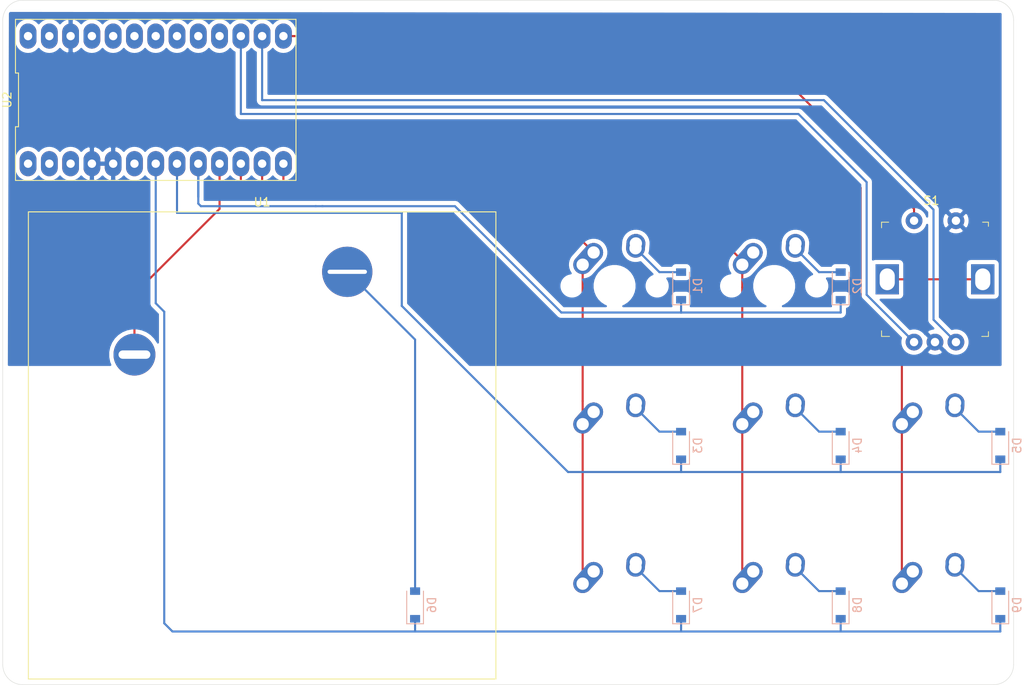
<source format=kicad_pcb>
(kicad_pcb (version 20171130) (host pcbnew "(5.1.4)-1")

  (general
    (thickness 1.6)
    (drawings 8)
    (tracks 90)
    (zones 0)
    (modules 20)
    (nets 35)
  )

  (page A4)
  (layers
    (0 F.Cu signal)
    (31 B.Cu signal)
    (32 B.Adhes user)
    (33 F.Adhes user)
    (34 B.Paste user)
    (35 F.Paste user)
    (36 B.SilkS user)
    (37 F.SilkS user)
    (38 B.Mask user)
    (39 F.Mask user)
    (40 Dwgs.User user)
    (41 Cmts.User user)
    (42 Eco1.User user)
    (43 Eco2.User user)
    (44 Edge.Cuts user)
    (45 Margin user)
    (46 B.CrtYd user)
    (47 F.CrtYd user)
    (48 B.Fab user)
    (49 F.Fab user)
  )

  (setup
    (last_trace_width 0.25)
    (trace_clearance 0.2)
    (zone_clearance 0.508)
    (zone_45_only no)
    (trace_min 0.2)
    (via_size 0.8)
    (via_drill 0.4)
    (via_min_size 0.4)
    (via_min_drill 0.3)
    (uvia_size 0.3)
    (uvia_drill 0.1)
    (uvias_allowed no)
    (uvia_min_size 0.2)
    (uvia_min_drill 0.1)
    (edge_width 0.05)
    (segment_width 0.2)
    (pcb_text_width 0.3)
    (pcb_text_size 1.5 1.5)
    (mod_edge_width 0.12)
    (mod_text_size 1 1)
    (mod_text_width 0.15)
    (pad_size 1.524 1.524)
    (pad_drill 0.762)
    (pad_to_mask_clearance 0.051)
    (solder_mask_min_width 0.25)
    (aux_axis_origin 0 0)
    (visible_elements 7FFFFFFF)
    (pcbplotparams
      (layerselection 0x010fc_ffffffff)
      (usegerberextensions false)
      (usegerberattributes false)
      (usegerberadvancedattributes false)
      (creategerberjobfile false)
      (excludeedgelayer true)
      (linewidth 0.100000)
      (plotframeref false)
      (viasonmask false)
      (mode 1)
      (useauxorigin false)
      (hpglpennumber 1)
      (hpglpenspeed 20)
      (hpglpendiameter 15.000000)
      (psnegative false)
      (psa4output false)
      (plotreference true)
      (plotvalue true)
      (plotinvisibletext false)
      (padsonsilk false)
      (subtractmaskfromsilk false)
      (outputformat 1)
      (mirror false)
      (drillshape 1)
      (scaleselection 1)
      (outputdirectory ""))
  )

  (net 0 "")
  (net 1 "Net-(D1-Pad2)")
  (net 2 ROW0)
  (net 3 "Net-(D2-Pad2)")
  (net 4 "Net-(D3-Pad2)")
  (net 5 ROW1)
  (net 6 "Net-(D4-Pad2)")
  (net 7 "Net-(D5-Pad2)")
  (net 8 "Net-(D6-Pad2)")
  (net 9 ROW2)
  (net 10 "Net-(D7-Pad2)")
  (net 11 "Net-(D8-Pad2)")
  (net 12 "Net-(D9-Pad2)")
  (net 13 COL1)
  (net 14 COL2)
  (net 15 COL3)
  (net 16 COL0)
  (net 17 "Net-(U2-Pad14)")
  (net 18 +5V)
  (net 19 GND)
  (net 20 "Net-(U2-Pad17)")
  (net 21 "Net-(U2-Pad18)")
  (net 22 "Net-(U2-Pad19)")
  (net 23 ENC_A)
  (net 24 "Net-(U2-Pad6)")
  (net 25 ENC_B)
  (net 26 ENC_SW)
  (net 27 "Net-(U2-Pad23)")
  (net 28 "Net-(U2-Pad3)")
  (net 29 "Net-(U2-Pad2)")
  (net 30 "Net-(U2-Pad1)")
  (net 31 "Net-(S1-Pad3)")
  (net 32 "Net-(U2-Pad20)")
  (net 33 "Net-(U2-Pad21)")
  (net 34 "Net-(U2-Pad22)")

  (net_class Default "This is the default net class."
    (clearance 0.2)
    (trace_width 0.25)
    (via_dia 0.8)
    (via_drill 0.4)
    (uvia_dia 0.3)
    (uvia_drill 0.1)
    (add_net +5V)
    (add_net COL0)
    (add_net COL1)
    (add_net COL2)
    (add_net COL3)
    (add_net ENC_A)
    (add_net ENC_B)
    (add_net ENC_SW)
    (add_net GND)
    (add_net "Net-(D1-Pad2)")
    (add_net "Net-(D2-Pad2)")
    (add_net "Net-(D3-Pad2)")
    (add_net "Net-(D4-Pad2)")
    (add_net "Net-(D5-Pad2)")
    (add_net "Net-(D6-Pad2)")
    (add_net "Net-(D7-Pad2)")
    (add_net "Net-(D8-Pad2)")
    (add_net "Net-(D9-Pad2)")
    (add_net "Net-(S1-Pad3)")
    (add_net "Net-(U2-Pad1)")
    (add_net "Net-(U2-Pad14)")
    (add_net "Net-(U2-Pad17)")
    (add_net "Net-(U2-Pad18)")
    (add_net "Net-(U2-Pad19)")
    (add_net "Net-(U2-Pad2)")
    (add_net "Net-(U2-Pad20)")
    (add_net "Net-(U2-Pad21)")
    (add_net "Net-(U2-Pad22)")
    (add_net "Net-(U2-Pad23)")
    (add_net "Net-(U2-Pad3)")
    (add_net "Net-(U2-Pad6)")
    (add_net ROW0)
    (add_net ROW1)
    (add_net ROW2)
  )

  (module "The Big Switch:KB2040" (layer F.Cu) (tedit 65FC5CD5) (tstamp 65FBC37D)
    (at 47.625 43.65625 90)
    (path /65F497B3)
    (fp_text reference U2 (at 0 -17.74 90) (layer F.SilkS)
      (effects (font (size 1 1) (thickness 0.15)))
    )
    (fp_text value KB2040 (at 0 0 180) (layer F.Fab)
      (effects (font (size 1 1) (thickness 0.15)))
    )
    (fp_line (start -9.37 -16.49) (end 9.37 -16.49) (layer F.CrtYd) (width 0.05))
    (fp_line (start -9.37 16.49) (end -9.37 -16.49) (layer F.CrtYd) (width 0.05))
    (fp_line (start 9.37 16.49) (end -9.37 16.49) (layer F.CrtYd) (width 0.05))
    (fp_line (start 9.37 -16.49) (end 9.37 16.49) (layer F.CrtYd) (width 0.05))
    (fp_line (start -3.206666 -16.74) (end -9.619999 -16.74) (layer F.SilkS) (width 0.12))
    (fp_line (start -3.206666 -16.38) (end -3.206666 -16.74) (layer F.SilkS) (width 0.12))
    (fp_line (start 3.206666 -16.38) (end -3.206666 -16.38) (layer F.SilkS) (width 0.12))
    (fp_line (start 3.206666 -16.74) (end 3.206666 -16.38) (layer F.SilkS) (width 0.12))
    (fp_line (start 9.62 -16.74) (end 3.206666 -16.74) (layer F.SilkS) (width 0.12))
    (fp_line (start 9.619999 16.74) (end 9.62 -16.74) (layer F.SilkS) (width 0.12))
    (fp_line (start -9.62 16.74) (end 9.619999 16.74) (layer F.SilkS) (width 0.12))
    (fp_line (start -9.619999 -16.74) (end -9.62 16.74) (layer F.SilkS) (width 0.12))
    (pad 13 thru_hole oval (at -7.62 15.24) (size 2 3) (drill 1) (layers *.Cu *.Mask)
      (net 15 COL3))
    (pad 26 thru_hole oval (at 7.62 15.24) (size 2 3) (drill 1) (layers *.Cu *.Mask)
      (net 26 ENC_SW))
    (pad 12 thru_hole oval (at -7.62 12.7) (size 2 3) (drill 1) (layers *.Cu *.Mask)
      (net 14 COL2))
    (pad 25 thru_hole oval (at 7.62 12.7) (size 2 3) (drill 1) (layers *.Cu *.Mask)
      (net 25 ENC_B))
    (pad 11 thru_hole oval (at -7.62 10.16) (size 2 3) (drill 1) (layers *.Cu *.Mask)
      (net 13 COL1))
    (pad 24 thru_hole oval (at 7.62 10.16) (size 2 3) (drill 1) (layers *.Cu *.Mask)
      (net 23 ENC_A))
    (pad 10 thru_hole oval (at -7.62 7.62) (size 2 3) (drill 1) (layers *.Cu *.Mask)
      (net 16 COL0))
    (pad 23 thru_hole oval (at 7.62 7.62) (size 2 3) (drill 1) (layers *.Cu *.Mask)
      (net 27 "Net-(U2-Pad23)"))
    (pad 9 thru_hole oval (at -7.62 5.08) (size 2 3) (drill 1) (layers *.Cu *.Mask)
      (net 2 ROW0))
    (pad 22 thru_hole oval (at 7.62 5.08) (size 2 3) (drill 1) (layers *.Cu *.Mask)
      (net 34 "Net-(U2-Pad22)"))
    (pad 8 thru_hole oval (at -7.62 2.54) (size 2 3) (drill 1) (layers *.Cu *.Mask)
      (net 5 ROW1))
    (pad 21 thru_hole oval (at 7.62 2.54) (size 2 3) (drill 1) (layers *.Cu *.Mask)
      (net 33 "Net-(U2-Pad21)"))
    (pad 7 thru_hole oval (at -7.62 0) (size 2 3) (drill 1) (layers *.Cu *.Mask)
      (net 9 ROW2))
    (pad 20 thru_hole oval (at 7.62 0) (size 2 3) (drill 1) (layers *.Cu *.Mask)
      (net 32 "Net-(U2-Pad20)"))
    (pad 6 thru_hole oval (at -7.62 -2.54) (size 2 3) (drill 1) (layers *.Cu *.Mask)
      (net 24 "Net-(U2-Pad6)"))
    (pad 19 thru_hole oval (at 7.62 -2.54) (size 2 3) (drill 1) (layers *.Cu *.Mask)
      (net 22 "Net-(U2-Pad19)"))
    (pad 5 thru_hole oval (at -7.62 -5.08) (size 2 3) (drill 1) (layers *.Cu *.Mask)
      (net 19 GND))
    (pad 18 thru_hole oval (at 7.62 -5.08) (size 2 3) (drill 1) (layers *.Cu *.Mask)
      (net 21 "Net-(U2-Pad18)"))
    (pad 4 thru_hole oval (at -7.62 -7.62) (size 2 3) (drill 1) (layers *.Cu *.Mask)
      (net 19 GND))
    (pad 17 thru_hole oval (at 7.62 -7.62) (size 2 3) (drill 1) (layers *.Cu *.Mask)
      (net 20 "Net-(U2-Pad17)"))
    (pad 3 thru_hole oval (at -7.62 -10.16) (size 2 3) (drill 1) (layers *.Cu *.Mask)
      (net 28 "Net-(U2-Pad3)"))
    (pad 16 thru_hole oval (at 7.62 -10.16) (size 2 3) (drill 1) (layers *.Cu *.Mask)
      (net 19 GND))
    (pad 2 thru_hole oval (at -7.62 -12.7) (size 2 3) (drill 1) (layers *.Cu *.Mask)
      (net 29 "Net-(U2-Pad2)"))
    (pad 15 thru_hole oval (at 7.62 -12.7) (size 2 3) (drill 1) (layers *.Cu *.Mask)
      (net 18 +5V))
    (pad 1 thru_hole oval (at -7.62 -15.24) (size 2 3) (drill 1) (layers *.Cu *.Mask)
      (net 30 "Net-(U2-Pad1)"))
    (pad 14 thru_hole oval (at 7.62 -15.24) (size 2 3) (drill 1) (layers *.Cu *.Mask)
      (net 17 "Net-(U2-Pad14)"))
  )

  (module digikey-footprints:Rotary_Encoder_Switched_PEC11R (layer F.Cu) (tedit 5B211F93) (tstamp 65FBD73C)
    (at 134.9375 65.0875)
    (path /65F65306)
    (fp_text reference S1 (at 5.275 -9.4) (layer F.SilkS)
      (effects (font (size 1 1) (thickness 0.15)))
    )
    (fp_text value PEC11R-4215F-S0024 (at 6.35 9.525) (layer F.Fab)
      (effects (font (size 1 1) (thickness 0.15)))
    )
    (fp_line (start 11.95 -6.7) (end 11.95 6.7) (layer F.Fab) (width 0.1))
    (fp_line (start -0.55 -6.7) (end -0.55 6.7) (layer F.Fab) (width 0.1))
    (fp_line (start -0.55 6.7) (end 11.95 6.7) (layer F.Fab) (width 0.1))
    (fp_line (start -0.55 -6.7) (end 11.95 -6.7) (layer F.Fab) (width 0.1))
    (fp_line (start 12.075 -6.825) (end 12.075 -6.325) (layer F.SilkS) (width 0.1))
    (fp_line (start 11.375 -6.825) (end 12.075 -6.825) (layer F.SilkS) (width 0.1))
    (fp_line (start 12.075 6.825) (end 11.275 6.825) (layer F.SilkS) (width 0.1))
    (fp_line (start 12.075 6.25) (end 12.075 6.825) (layer F.SilkS) (width 0.1))
    (fp_line (start -0.675 -6.825) (end -0.675 -6.15) (layer F.SilkS) (width 0.1))
    (fp_line (start 0.175 -6.825) (end -0.675 -6.825) (layer F.SilkS) (width 0.1))
    (fp_line (start -0.675 6.825) (end -0.675 6.15) (layer F.SilkS) (width 0.1))
    (fp_line (start 0.275 6.825) (end -0.675 6.825) (layer F.SilkS) (width 0.1))
    (fp_line (start -1.65 -8.25) (end 13.05 -8.25) (layer F.CrtYd) (width 0.05))
    (fp_line (start 13.05 -8.25) (end 13.05 8.75) (layer F.CrtYd) (width 0.05))
    (fp_line (start 13.05 8.75) (end -1.65 8.75) (layer F.CrtYd) (width 0.05))
    (fp_line (start -1.65 8.75) (end -1.65 -8.25) (layer F.CrtYd) (width 0.05))
    (fp_text user %R (at 5.65 0.125) (layer F.Fab)
      (effects (font (size 1 1) (thickness 0.15)))
    )
    (pad B thru_hole circle (at 8.2 7.5) (size 2 2) (drill 1) (layers *.Cu *.Mask)
      (net 25 ENC_B))
    (pad C thru_hole circle (at 5.7 7.5) (size 2 2) (drill 1) (layers *.Cu *.Mask)
      (net 19 GND))
    (pad A thru_hole circle (at 3.2 7.5) (size 2 2) (drill 1) (layers *.Cu *.Mask)
      (net 23 ENC_A))
    (pad 2 thru_hole circle (at 8.2 -7) (size 2 2) (drill 1) (layers *.Cu *.Mask)
      (net 19 GND))
    (pad 1 thru_hole circle (at 3.2 -7) (size 2 2) (drill 1) (layers *.Cu *.Mask)
      (net 26 ENC_SW))
    (pad 3 thru_hole rect (at 11.4 0) (size 2.8 3.6) (drill oval 1.8 2.6) (layers *.Cu *.Mask)
      (net 31 "Net-(S1-Pad3)"))
    (pad 3 thru_hole rect (at 0 0) (size 2.8 3.6) (drill oval 1.8 2.6) (layers *.Cu *.Mask)
      (net 31 "Net-(S1-Pad3)"))
  )

  (module "The Big Switch:The Big Switch" (layer F.Cu) (tedit 65FB7B60) (tstamp 65FBC353)
    (at 60.325 84.93125)
    (path /65F2656C)
    (fp_text reference U1 (at 0 -29.06) (layer F.SilkS)
      (effects (font (size 1 1) (thickness 0.15)))
    )
    (fp_text value The-Big-Switch (at 0 -30.06) (layer F.Fab)
      (effects (font (size 1 1) (thickness 0.15)))
    )
    (fp_line (start -27.9 27.9) (end -27.9 -27.9) (layer F.CrtYd) (width 0.12))
    (fp_line (start 27.9 27.9) (end -27.9 27.9) (layer F.CrtYd) (width 0.12))
    (fp_line (start 27.9 -27.9) (end 27.9 27.9) (layer F.CrtYd) (width 0.12))
    (fp_line (start -27.9 -27.9) (end 27.9 -27.9) (layer F.CrtYd) (width 0.12))
    (fp_line (start -27.9 27.9) (end -27.9 -27.9) (layer F.SilkS) (width 0.12))
    (fp_line (start 27.9 27.9) (end -27.9 27.9) (layer F.SilkS) (width 0.12))
    (fp_line (start 27.9 -27.9) (end 27.9 27.9) (layer F.SilkS) (width 0.12))
    (fp_line (start -27.9 -27.9) (end 27.9 -27.9) (layer F.SilkS) (width 0.12))
    (pad "" np_thru_hole circle (at 0 0) (size 13.8 13.8) (drill 13.8) (layers *.Cu *.Mask))
    (pad 2 thru_hole circle (at 10.16 -20.74) (size 6 6) (drill oval 4.7 0.5) (layers *.Cu *.Mask)
      (net 8 "Net-(D6-Pad2)"))
    (pad 1 thru_hole circle (at -15.24 -10.85) (size 5 5) (drill oval 3.8 1) (layers *.Cu *.Mask)
      (net 16 COL0))
  )

  (module MX_Alps_Hybrid:MX-1U-NoLED (layer F.Cu) (tedit 5A9F5203) (tstamp 65FBC344)
    (at 140.49375 103.98125)
    (path /65EF11E9)
    (fp_text reference MX8 (at 0 3.175) (layer Dwgs.User)
      (effects (font (size 1 1) (thickness 0.15)))
    )
    (fp_text value MX-NoLED (at 0 -7.9375) (layer Dwgs.User)
      (effects (font (size 1 1) (thickness 0.15)))
    )
    (fp_line (start -9.525 9.525) (end -9.525 -9.525) (layer Dwgs.User) (width 0.15))
    (fp_line (start 9.525 9.525) (end -9.525 9.525) (layer Dwgs.User) (width 0.15))
    (fp_line (start 9.525 -9.525) (end 9.525 9.525) (layer Dwgs.User) (width 0.15))
    (fp_line (start -9.525 -9.525) (end 9.525 -9.525) (layer Dwgs.User) (width 0.15))
    (fp_line (start -7 -7) (end -7 -5) (layer Dwgs.User) (width 0.15))
    (fp_line (start -5 -7) (end -7 -7) (layer Dwgs.User) (width 0.15))
    (fp_line (start -7 7) (end -5 7) (layer Dwgs.User) (width 0.15))
    (fp_line (start -7 5) (end -7 7) (layer Dwgs.User) (width 0.15))
    (fp_line (start 7 7) (end 7 5) (layer Dwgs.User) (width 0.15))
    (fp_line (start 5 7) (end 7 7) (layer Dwgs.User) (width 0.15))
    (fp_line (start 7 -7) (end 7 -5) (layer Dwgs.User) (width 0.15))
    (fp_line (start 5 -7) (end 7 -7) (layer Dwgs.User) (width 0.15))
    (pad "" np_thru_hole circle (at 5.08 0 48.0996) (size 1.75 1.75) (drill 1.75) (layers *.Cu *.Mask))
    (pad "" np_thru_hole circle (at -5.08 0 48.0996) (size 1.75 1.75) (drill 1.75) (layers *.Cu *.Mask))
    (pad 1 thru_hole circle (at -2.5 -4) (size 2.25 2.25) (drill 1.47) (layers *.Cu B.Mask)
      (net 15 COL3))
    (pad "" np_thru_hole circle (at 0 0) (size 3.9878 3.9878) (drill 3.9878) (layers *.Cu *.Mask))
    (pad 1 thru_hole oval (at -3.81 -2.54 48.0996) (size 4.211556 2.25) (drill 1.47 (offset 0.980778 0)) (layers *.Cu B.Mask)
      (net 15 COL3))
    (pad 2 thru_hole circle (at 2.54 -5.08) (size 2.25 2.25) (drill 1.47) (layers *.Cu B.Mask)
      (net 12 "Net-(D9-Pad2)"))
    (pad 2 thru_hole oval (at 2.5 -4.5 86.0548) (size 2.831378 2.25) (drill 1.47 (offset 0.290689 0)) (layers *.Cu B.Mask)
      (net 12 "Net-(D9-Pad2)"))
  )

  (module MX_Alps_Hybrid:MX-1U-NoLED (layer F.Cu) (tedit 5A9F5203) (tstamp 65FBC32D)
    (at 121.44375 103.98125)
    (path /65EF06F6)
    (fp_text reference MX7 (at 0 3.175) (layer Dwgs.User)
      (effects (font (size 1 1) (thickness 0.15)))
    )
    (fp_text value MX-NoLED (at 0 -7.9375) (layer Dwgs.User)
      (effects (font (size 1 1) (thickness 0.15)))
    )
    (fp_line (start -9.525 9.525) (end -9.525 -9.525) (layer Dwgs.User) (width 0.15))
    (fp_line (start 9.525 9.525) (end -9.525 9.525) (layer Dwgs.User) (width 0.15))
    (fp_line (start 9.525 -9.525) (end 9.525 9.525) (layer Dwgs.User) (width 0.15))
    (fp_line (start -9.525 -9.525) (end 9.525 -9.525) (layer Dwgs.User) (width 0.15))
    (fp_line (start -7 -7) (end -7 -5) (layer Dwgs.User) (width 0.15))
    (fp_line (start -5 -7) (end -7 -7) (layer Dwgs.User) (width 0.15))
    (fp_line (start -7 7) (end -5 7) (layer Dwgs.User) (width 0.15))
    (fp_line (start -7 5) (end -7 7) (layer Dwgs.User) (width 0.15))
    (fp_line (start 7 7) (end 7 5) (layer Dwgs.User) (width 0.15))
    (fp_line (start 5 7) (end 7 7) (layer Dwgs.User) (width 0.15))
    (fp_line (start 7 -7) (end 7 -5) (layer Dwgs.User) (width 0.15))
    (fp_line (start 5 -7) (end 7 -7) (layer Dwgs.User) (width 0.15))
    (pad "" np_thru_hole circle (at 5.08 0 48.0996) (size 1.75 1.75) (drill 1.75) (layers *.Cu *.Mask))
    (pad "" np_thru_hole circle (at -5.08 0 48.0996) (size 1.75 1.75) (drill 1.75) (layers *.Cu *.Mask))
    (pad 1 thru_hole circle (at -2.5 -4) (size 2.25 2.25) (drill 1.47) (layers *.Cu B.Mask)
      (net 14 COL2))
    (pad "" np_thru_hole circle (at 0 0) (size 3.9878 3.9878) (drill 3.9878) (layers *.Cu *.Mask))
    (pad 1 thru_hole oval (at -3.81 -2.54 48.0996) (size 4.211556 2.25) (drill 1.47 (offset 0.980778 0)) (layers *.Cu B.Mask)
      (net 14 COL2))
    (pad 2 thru_hole circle (at 2.54 -5.08) (size 2.25 2.25) (drill 1.47) (layers *.Cu B.Mask)
      (net 11 "Net-(D8-Pad2)"))
    (pad 2 thru_hole oval (at 2.5 -4.5 86.0548) (size 2.831378 2.25) (drill 1.47 (offset 0.290689 0)) (layers *.Cu B.Mask)
      (net 11 "Net-(D8-Pad2)"))
  )

  (module MX_Alps_Hybrid:MX-1U-NoLED (layer F.Cu) (tedit 5A9F5203) (tstamp 65FBC316)
    (at 102.39375 103.98125)
    (path /65EF00BE)
    (fp_text reference MX6 (at 0 3.175) (layer Dwgs.User)
      (effects (font (size 1 1) (thickness 0.15)))
    )
    (fp_text value MX-NoLED (at 0 -7.9375) (layer Dwgs.User)
      (effects (font (size 1 1) (thickness 0.15)))
    )
    (fp_line (start -9.525 9.525) (end -9.525 -9.525) (layer Dwgs.User) (width 0.15))
    (fp_line (start 9.525 9.525) (end -9.525 9.525) (layer Dwgs.User) (width 0.15))
    (fp_line (start 9.525 -9.525) (end 9.525 9.525) (layer Dwgs.User) (width 0.15))
    (fp_line (start -9.525 -9.525) (end 9.525 -9.525) (layer Dwgs.User) (width 0.15))
    (fp_line (start -7 -7) (end -7 -5) (layer Dwgs.User) (width 0.15))
    (fp_line (start -5 -7) (end -7 -7) (layer Dwgs.User) (width 0.15))
    (fp_line (start -7 7) (end -5 7) (layer Dwgs.User) (width 0.15))
    (fp_line (start -7 5) (end -7 7) (layer Dwgs.User) (width 0.15))
    (fp_line (start 7 7) (end 7 5) (layer Dwgs.User) (width 0.15))
    (fp_line (start 5 7) (end 7 7) (layer Dwgs.User) (width 0.15))
    (fp_line (start 7 -7) (end 7 -5) (layer Dwgs.User) (width 0.15))
    (fp_line (start 5 -7) (end 7 -7) (layer Dwgs.User) (width 0.15))
    (pad "" np_thru_hole circle (at 5.08 0 48.0996) (size 1.75 1.75) (drill 1.75) (layers *.Cu *.Mask))
    (pad "" np_thru_hole circle (at -5.08 0 48.0996) (size 1.75 1.75) (drill 1.75) (layers *.Cu *.Mask))
    (pad 1 thru_hole circle (at -2.5 -4) (size 2.25 2.25) (drill 1.47) (layers *.Cu B.Mask)
      (net 13 COL1))
    (pad "" np_thru_hole circle (at 0 0) (size 3.9878 3.9878) (drill 3.9878) (layers *.Cu *.Mask))
    (pad 1 thru_hole oval (at -3.81 -2.54 48.0996) (size 4.211556 2.25) (drill 1.47 (offset 0.980778 0)) (layers *.Cu B.Mask)
      (net 13 COL1))
    (pad 2 thru_hole circle (at 2.54 -5.08) (size 2.25 2.25) (drill 1.47) (layers *.Cu B.Mask)
      (net 10 "Net-(D7-Pad2)"))
    (pad 2 thru_hole oval (at 2.5 -4.5 86.0548) (size 2.831378 2.25) (drill 1.47 (offset 0.290689 0)) (layers *.Cu B.Mask)
      (net 10 "Net-(D7-Pad2)"))
  )

  (module MX_Alps_Hybrid:MX-1U-NoLED (layer F.Cu) (tedit 5A9F5203) (tstamp 65FBC2FF)
    (at 140.49375 84.93125)
    (path /65EEF2E3)
    (fp_text reference MX5 (at 0 3.175) (layer Dwgs.User)
      (effects (font (size 1 1) (thickness 0.15)))
    )
    (fp_text value MX-NoLED (at 0 -7.9375) (layer Dwgs.User)
      (effects (font (size 1 1) (thickness 0.15)))
    )
    (fp_line (start -9.525 9.525) (end -9.525 -9.525) (layer Dwgs.User) (width 0.15))
    (fp_line (start 9.525 9.525) (end -9.525 9.525) (layer Dwgs.User) (width 0.15))
    (fp_line (start 9.525 -9.525) (end 9.525 9.525) (layer Dwgs.User) (width 0.15))
    (fp_line (start -9.525 -9.525) (end 9.525 -9.525) (layer Dwgs.User) (width 0.15))
    (fp_line (start -7 -7) (end -7 -5) (layer Dwgs.User) (width 0.15))
    (fp_line (start -5 -7) (end -7 -7) (layer Dwgs.User) (width 0.15))
    (fp_line (start -7 7) (end -5 7) (layer Dwgs.User) (width 0.15))
    (fp_line (start -7 5) (end -7 7) (layer Dwgs.User) (width 0.15))
    (fp_line (start 7 7) (end 7 5) (layer Dwgs.User) (width 0.15))
    (fp_line (start 5 7) (end 7 7) (layer Dwgs.User) (width 0.15))
    (fp_line (start 7 -7) (end 7 -5) (layer Dwgs.User) (width 0.15))
    (fp_line (start 5 -7) (end 7 -7) (layer Dwgs.User) (width 0.15))
    (pad "" np_thru_hole circle (at 5.08 0 48.0996) (size 1.75 1.75) (drill 1.75) (layers *.Cu *.Mask))
    (pad "" np_thru_hole circle (at -5.08 0 48.0996) (size 1.75 1.75) (drill 1.75) (layers *.Cu *.Mask))
    (pad 1 thru_hole circle (at -2.5 -4) (size 2.25 2.25) (drill 1.47) (layers *.Cu B.Mask)
      (net 15 COL3))
    (pad "" np_thru_hole circle (at 0 0) (size 3.9878 3.9878) (drill 3.9878) (layers *.Cu *.Mask))
    (pad 1 thru_hole oval (at -3.81 -2.54 48.0996) (size 4.211556 2.25) (drill 1.47 (offset 0.980778 0)) (layers *.Cu B.Mask)
      (net 15 COL3))
    (pad 2 thru_hole circle (at 2.54 -5.08) (size 2.25 2.25) (drill 1.47) (layers *.Cu B.Mask)
      (net 7 "Net-(D5-Pad2)"))
    (pad 2 thru_hole oval (at 2.5 -4.5 86.0548) (size 2.831378 2.25) (drill 1.47 (offset 0.290689 0)) (layers *.Cu B.Mask)
      (net 7 "Net-(D5-Pad2)"))
  )

  (module MX_Alps_Hybrid:MX-1U-NoLED (layer F.Cu) (tedit 5A9F5203) (tstamp 65FBC2E8)
    (at 121.44375 84.93125)
    (path /65EEEAC1)
    (fp_text reference MX4 (at 0 3.175) (layer Dwgs.User)
      (effects (font (size 1 1) (thickness 0.15)))
    )
    (fp_text value MX-NoLED (at 0 -7.9375) (layer Dwgs.User)
      (effects (font (size 1 1) (thickness 0.15)))
    )
    (fp_line (start -9.525 9.525) (end -9.525 -9.525) (layer Dwgs.User) (width 0.15))
    (fp_line (start 9.525 9.525) (end -9.525 9.525) (layer Dwgs.User) (width 0.15))
    (fp_line (start 9.525 -9.525) (end 9.525 9.525) (layer Dwgs.User) (width 0.15))
    (fp_line (start -9.525 -9.525) (end 9.525 -9.525) (layer Dwgs.User) (width 0.15))
    (fp_line (start -7 -7) (end -7 -5) (layer Dwgs.User) (width 0.15))
    (fp_line (start -5 -7) (end -7 -7) (layer Dwgs.User) (width 0.15))
    (fp_line (start -7 7) (end -5 7) (layer Dwgs.User) (width 0.15))
    (fp_line (start -7 5) (end -7 7) (layer Dwgs.User) (width 0.15))
    (fp_line (start 7 7) (end 7 5) (layer Dwgs.User) (width 0.15))
    (fp_line (start 5 7) (end 7 7) (layer Dwgs.User) (width 0.15))
    (fp_line (start 7 -7) (end 7 -5) (layer Dwgs.User) (width 0.15))
    (fp_line (start 5 -7) (end 7 -7) (layer Dwgs.User) (width 0.15))
    (pad "" np_thru_hole circle (at 5.08 0 48.0996) (size 1.75 1.75) (drill 1.75) (layers *.Cu *.Mask))
    (pad "" np_thru_hole circle (at -5.08 0 48.0996) (size 1.75 1.75) (drill 1.75) (layers *.Cu *.Mask))
    (pad 1 thru_hole circle (at -2.5 -4) (size 2.25 2.25) (drill 1.47) (layers *.Cu B.Mask)
      (net 14 COL2))
    (pad "" np_thru_hole circle (at 0 0) (size 3.9878 3.9878) (drill 3.9878) (layers *.Cu *.Mask))
    (pad 1 thru_hole oval (at -3.81 -2.54 48.0996) (size 4.211556 2.25) (drill 1.47 (offset 0.980778 0)) (layers *.Cu B.Mask)
      (net 14 COL2))
    (pad 2 thru_hole circle (at 2.54 -5.08) (size 2.25 2.25) (drill 1.47) (layers *.Cu B.Mask)
      (net 6 "Net-(D4-Pad2)"))
    (pad 2 thru_hole oval (at 2.5 -4.5 86.0548) (size 2.831378 2.25) (drill 1.47 (offset 0.290689 0)) (layers *.Cu B.Mask)
      (net 6 "Net-(D4-Pad2)"))
  )

  (module MX_Alps_Hybrid:MX-1U-NoLED (layer F.Cu) (tedit 5A9F5203) (tstamp 65FBC2D1)
    (at 102.39375 84.93125)
    (path /65EE9E93)
    (fp_text reference MX3 (at 0 3.175) (layer Dwgs.User)
      (effects (font (size 1 1) (thickness 0.15)))
    )
    (fp_text value MX-NoLED (at 0 -7.9375) (layer Dwgs.User)
      (effects (font (size 1 1) (thickness 0.15)))
    )
    (fp_line (start -9.525 9.525) (end -9.525 -9.525) (layer Dwgs.User) (width 0.15))
    (fp_line (start 9.525 9.525) (end -9.525 9.525) (layer Dwgs.User) (width 0.15))
    (fp_line (start 9.525 -9.525) (end 9.525 9.525) (layer Dwgs.User) (width 0.15))
    (fp_line (start -9.525 -9.525) (end 9.525 -9.525) (layer Dwgs.User) (width 0.15))
    (fp_line (start -7 -7) (end -7 -5) (layer Dwgs.User) (width 0.15))
    (fp_line (start -5 -7) (end -7 -7) (layer Dwgs.User) (width 0.15))
    (fp_line (start -7 7) (end -5 7) (layer Dwgs.User) (width 0.15))
    (fp_line (start -7 5) (end -7 7) (layer Dwgs.User) (width 0.15))
    (fp_line (start 7 7) (end 7 5) (layer Dwgs.User) (width 0.15))
    (fp_line (start 5 7) (end 7 7) (layer Dwgs.User) (width 0.15))
    (fp_line (start 7 -7) (end 7 -5) (layer Dwgs.User) (width 0.15))
    (fp_line (start 5 -7) (end 7 -7) (layer Dwgs.User) (width 0.15))
    (pad "" np_thru_hole circle (at 5.08 0 48.0996) (size 1.75 1.75) (drill 1.75) (layers *.Cu *.Mask))
    (pad "" np_thru_hole circle (at -5.08 0 48.0996) (size 1.75 1.75) (drill 1.75) (layers *.Cu *.Mask))
    (pad 1 thru_hole circle (at -2.5 -4) (size 2.25 2.25) (drill 1.47) (layers *.Cu B.Mask)
      (net 13 COL1))
    (pad "" np_thru_hole circle (at 0 0) (size 3.9878 3.9878) (drill 3.9878) (layers *.Cu *.Mask))
    (pad 1 thru_hole oval (at -3.81 -2.54 48.0996) (size 4.211556 2.25) (drill 1.47 (offset 0.980778 0)) (layers *.Cu B.Mask)
      (net 13 COL1))
    (pad 2 thru_hole circle (at 2.54 -5.08) (size 2.25 2.25) (drill 1.47) (layers *.Cu B.Mask)
      (net 4 "Net-(D3-Pad2)"))
    (pad 2 thru_hole oval (at 2.5 -4.5 86.0548) (size 2.831378 2.25) (drill 1.47 (offset 0.290689 0)) (layers *.Cu B.Mask)
      (net 4 "Net-(D3-Pad2)"))
  )

  (module MX_Alps_Hybrid:MX-1U-NoLED (layer F.Cu) (tedit 5A9F5203) (tstamp 65FBC2BA)
    (at 121.44375 65.88125)
    (path /65F09C72)
    (fp_text reference MX2 (at 0 3.175) (layer Dwgs.User)
      (effects (font (size 1 1) (thickness 0.15)))
    )
    (fp_text value MX-NoLED (at 0 -7.9375) (layer Dwgs.User)
      (effects (font (size 1 1) (thickness 0.15)))
    )
    (fp_line (start -9.525 9.525) (end -9.525 -9.525) (layer Dwgs.User) (width 0.15))
    (fp_line (start 9.525 9.525) (end -9.525 9.525) (layer Dwgs.User) (width 0.15))
    (fp_line (start 9.525 -9.525) (end 9.525 9.525) (layer Dwgs.User) (width 0.15))
    (fp_line (start -9.525 -9.525) (end 9.525 -9.525) (layer Dwgs.User) (width 0.15))
    (fp_line (start -7 -7) (end -7 -5) (layer Dwgs.User) (width 0.15))
    (fp_line (start -5 -7) (end -7 -7) (layer Dwgs.User) (width 0.15))
    (fp_line (start -7 7) (end -5 7) (layer Dwgs.User) (width 0.15))
    (fp_line (start -7 5) (end -7 7) (layer Dwgs.User) (width 0.15))
    (fp_line (start 7 7) (end 7 5) (layer Dwgs.User) (width 0.15))
    (fp_line (start 5 7) (end 7 7) (layer Dwgs.User) (width 0.15))
    (fp_line (start 7 -7) (end 7 -5) (layer Dwgs.User) (width 0.15))
    (fp_line (start 5 -7) (end 7 -7) (layer Dwgs.User) (width 0.15))
    (pad "" np_thru_hole circle (at 5.08 0 48.0996) (size 1.75 1.75) (drill 1.75) (layers *.Cu *.Mask))
    (pad "" np_thru_hole circle (at -5.08 0 48.0996) (size 1.75 1.75) (drill 1.75) (layers *.Cu *.Mask))
    (pad 1 thru_hole circle (at -2.5 -4) (size 2.25 2.25) (drill 1.47) (layers *.Cu B.Mask)
      (net 14 COL2))
    (pad "" np_thru_hole circle (at 0 0) (size 3.9878 3.9878) (drill 3.9878) (layers *.Cu *.Mask))
    (pad 1 thru_hole oval (at -3.81 -2.54 48.0996) (size 4.211556 2.25) (drill 1.47 (offset 0.980778 0)) (layers *.Cu B.Mask)
      (net 14 COL2))
    (pad 2 thru_hole circle (at 2.54 -5.08) (size 2.25 2.25) (drill 1.47) (layers *.Cu B.Mask)
      (net 3 "Net-(D2-Pad2)"))
    (pad 2 thru_hole oval (at 2.5 -4.5 86.0548) (size 2.831378 2.25) (drill 1.47 (offset 0.290689 0)) (layers *.Cu B.Mask)
      (net 3 "Net-(D2-Pad2)"))
  )

  (module MX_Alps_Hybrid:MX-1U-NoLED (layer F.Cu) (tedit 5A9F5203) (tstamp 65FBC2A3)
    (at 102.39375 65.88125)
    (path /65F09C65)
    (fp_text reference MX1 (at 0 3.175) (layer Dwgs.User)
      (effects (font (size 1 1) (thickness 0.15)))
    )
    (fp_text value MX-NoLED (at 0 -7.9375) (layer Dwgs.User)
      (effects (font (size 1 1) (thickness 0.15)))
    )
    (fp_line (start -9.525 9.525) (end -9.525 -9.525) (layer Dwgs.User) (width 0.15))
    (fp_line (start 9.525 9.525) (end -9.525 9.525) (layer Dwgs.User) (width 0.15))
    (fp_line (start 9.525 -9.525) (end 9.525 9.525) (layer Dwgs.User) (width 0.15))
    (fp_line (start -9.525 -9.525) (end 9.525 -9.525) (layer Dwgs.User) (width 0.15))
    (fp_line (start -7 -7) (end -7 -5) (layer Dwgs.User) (width 0.15))
    (fp_line (start -5 -7) (end -7 -7) (layer Dwgs.User) (width 0.15))
    (fp_line (start -7 7) (end -5 7) (layer Dwgs.User) (width 0.15))
    (fp_line (start -7 5) (end -7 7) (layer Dwgs.User) (width 0.15))
    (fp_line (start 7 7) (end 7 5) (layer Dwgs.User) (width 0.15))
    (fp_line (start 5 7) (end 7 7) (layer Dwgs.User) (width 0.15))
    (fp_line (start 7 -7) (end 7 -5) (layer Dwgs.User) (width 0.15))
    (fp_line (start 5 -7) (end 7 -7) (layer Dwgs.User) (width 0.15))
    (pad "" np_thru_hole circle (at 5.08 0 48.0996) (size 1.75 1.75) (drill 1.75) (layers *.Cu *.Mask))
    (pad "" np_thru_hole circle (at -5.08 0 48.0996) (size 1.75 1.75) (drill 1.75) (layers *.Cu *.Mask))
    (pad 1 thru_hole circle (at -2.5 -4) (size 2.25 2.25) (drill 1.47) (layers *.Cu B.Mask)
      (net 13 COL1))
    (pad "" np_thru_hole circle (at 0 0) (size 3.9878 3.9878) (drill 3.9878) (layers *.Cu *.Mask))
    (pad 1 thru_hole oval (at -3.81 -2.54 48.0996) (size 4.211556 2.25) (drill 1.47 (offset 0.980778 0)) (layers *.Cu B.Mask)
      (net 13 COL1))
    (pad 2 thru_hole circle (at 2.54 -5.08) (size 2.25 2.25) (drill 1.47) (layers *.Cu B.Mask)
      (net 1 "Net-(D1-Pad2)"))
    (pad 2 thru_hole oval (at 2.5 -4.5 86.0548) (size 2.831378 2.25) (drill 1.47 (offset 0.290689 0)) (layers *.Cu B.Mask)
      (net 1 "Net-(D1-Pad2)"))
  )

  (module Diode_SMD:D_SOD-123 (layer B.Cu) (tedit 58645DC7) (tstamp 65FBC28C)
    (at 148.43125 103.98125 90)
    (descr SOD-123)
    (tags SOD-123)
    (path /65EF11EF)
    (attr smd)
    (fp_text reference D9 (at 0 2 90) (layer B.SilkS)
      (effects (font (size 1 1) (thickness 0.15)) (justify mirror))
    )
    (fp_text value D_Small (at 0 -2.1 90) (layer B.Fab)
      (effects (font (size 1 1) (thickness 0.15)) (justify mirror))
    )
    (fp_line (start -2.25 1) (end 1.65 1) (layer B.SilkS) (width 0.12))
    (fp_line (start -2.25 -1) (end 1.65 -1) (layer B.SilkS) (width 0.12))
    (fp_line (start -2.35 1.15) (end -2.35 -1.15) (layer B.CrtYd) (width 0.05))
    (fp_line (start 2.35 -1.15) (end -2.35 -1.15) (layer B.CrtYd) (width 0.05))
    (fp_line (start 2.35 1.15) (end 2.35 -1.15) (layer B.CrtYd) (width 0.05))
    (fp_line (start -2.35 1.15) (end 2.35 1.15) (layer B.CrtYd) (width 0.05))
    (fp_line (start -1.4 0.9) (end 1.4 0.9) (layer B.Fab) (width 0.1))
    (fp_line (start 1.4 0.9) (end 1.4 -0.9) (layer B.Fab) (width 0.1))
    (fp_line (start 1.4 -0.9) (end -1.4 -0.9) (layer B.Fab) (width 0.1))
    (fp_line (start -1.4 -0.9) (end -1.4 0.9) (layer B.Fab) (width 0.1))
    (fp_line (start -0.75 0) (end -0.35 0) (layer B.Fab) (width 0.1))
    (fp_line (start -0.35 0) (end -0.35 0.55) (layer B.Fab) (width 0.1))
    (fp_line (start -0.35 0) (end -0.35 -0.55) (layer B.Fab) (width 0.1))
    (fp_line (start -0.35 0) (end 0.25 0.4) (layer B.Fab) (width 0.1))
    (fp_line (start 0.25 0.4) (end 0.25 -0.4) (layer B.Fab) (width 0.1))
    (fp_line (start 0.25 -0.4) (end -0.35 0) (layer B.Fab) (width 0.1))
    (fp_line (start 0.25 0) (end 0.75 0) (layer B.Fab) (width 0.1))
    (fp_line (start -2.25 1) (end -2.25 -1) (layer B.SilkS) (width 0.12))
    (fp_text user %R (at 0 2 90) (layer B.Fab)
      (effects (font (size 1 1) (thickness 0.15)) (justify mirror))
    )
    (pad 2 smd rect (at 1.65 0 90) (size 0.9 1.2) (layers B.Cu B.Paste B.Mask)
      (net 12 "Net-(D9-Pad2)"))
    (pad 1 smd rect (at -1.65 0 90) (size 0.9 1.2) (layers B.Cu B.Paste B.Mask)
      (net 9 ROW2))
    (model ${KISYS3DMOD}/Diode_SMD.3dshapes/D_SOD-123.wrl
      (at (xyz 0 0 0))
      (scale (xyz 1 1 1))
      (rotate (xyz 0 0 0))
    )
  )

  (module Diode_SMD:D_SOD-123 (layer B.Cu) (tedit 58645DC7) (tstamp 65FBC273)
    (at 129.38125 103.98125 90)
    (descr SOD-123)
    (tags SOD-123)
    (path /65EF06FC)
    (attr smd)
    (fp_text reference D8 (at 0 2 90) (layer B.SilkS)
      (effects (font (size 1 1) (thickness 0.15)) (justify mirror))
    )
    (fp_text value D_Small (at 0 -2.1 90) (layer B.Fab)
      (effects (font (size 1 1) (thickness 0.15)) (justify mirror))
    )
    (fp_line (start -2.25 1) (end 1.65 1) (layer B.SilkS) (width 0.12))
    (fp_line (start -2.25 -1) (end 1.65 -1) (layer B.SilkS) (width 0.12))
    (fp_line (start -2.35 1.15) (end -2.35 -1.15) (layer B.CrtYd) (width 0.05))
    (fp_line (start 2.35 -1.15) (end -2.35 -1.15) (layer B.CrtYd) (width 0.05))
    (fp_line (start 2.35 1.15) (end 2.35 -1.15) (layer B.CrtYd) (width 0.05))
    (fp_line (start -2.35 1.15) (end 2.35 1.15) (layer B.CrtYd) (width 0.05))
    (fp_line (start -1.4 0.9) (end 1.4 0.9) (layer B.Fab) (width 0.1))
    (fp_line (start 1.4 0.9) (end 1.4 -0.9) (layer B.Fab) (width 0.1))
    (fp_line (start 1.4 -0.9) (end -1.4 -0.9) (layer B.Fab) (width 0.1))
    (fp_line (start -1.4 -0.9) (end -1.4 0.9) (layer B.Fab) (width 0.1))
    (fp_line (start -0.75 0) (end -0.35 0) (layer B.Fab) (width 0.1))
    (fp_line (start -0.35 0) (end -0.35 0.55) (layer B.Fab) (width 0.1))
    (fp_line (start -0.35 0) (end -0.35 -0.55) (layer B.Fab) (width 0.1))
    (fp_line (start -0.35 0) (end 0.25 0.4) (layer B.Fab) (width 0.1))
    (fp_line (start 0.25 0.4) (end 0.25 -0.4) (layer B.Fab) (width 0.1))
    (fp_line (start 0.25 -0.4) (end -0.35 0) (layer B.Fab) (width 0.1))
    (fp_line (start 0.25 0) (end 0.75 0) (layer B.Fab) (width 0.1))
    (fp_line (start -2.25 1) (end -2.25 -1) (layer B.SilkS) (width 0.12))
    (fp_text user %R (at 0 2 90) (layer B.Fab)
      (effects (font (size 1 1) (thickness 0.15)) (justify mirror))
    )
    (pad 2 smd rect (at 1.65 0 90) (size 0.9 1.2) (layers B.Cu B.Paste B.Mask)
      (net 11 "Net-(D8-Pad2)"))
    (pad 1 smd rect (at -1.65 0 90) (size 0.9 1.2) (layers B.Cu B.Paste B.Mask)
      (net 9 ROW2))
    (model ${KISYS3DMOD}/Diode_SMD.3dshapes/D_SOD-123.wrl
      (at (xyz 0 0 0))
      (scale (xyz 1 1 1))
      (rotate (xyz 0 0 0))
    )
  )

  (module Diode_SMD:D_SOD-123 (layer B.Cu) (tedit 58645DC7) (tstamp 65FBC25A)
    (at 110.33125 103.98125 90)
    (descr SOD-123)
    (tags SOD-123)
    (path /65EF00C4)
    (attr smd)
    (fp_text reference D7 (at 0 2 90) (layer B.SilkS)
      (effects (font (size 1 1) (thickness 0.15)) (justify mirror))
    )
    (fp_text value D_Small (at 0 -2.1 90) (layer B.Fab)
      (effects (font (size 1 1) (thickness 0.15)) (justify mirror))
    )
    (fp_line (start -2.25 1) (end 1.65 1) (layer B.SilkS) (width 0.12))
    (fp_line (start -2.25 -1) (end 1.65 -1) (layer B.SilkS) (width 0.12))
    (fp_line (start -2.35 1.15) (end -2.35 -1.15) (layer B.CrtYd) (width 0.05))
    (fp_line (start 2.35 -1.15) (end -2.35 -1.15) (layer B.CrtYd) (width 0.05))
    (fp_line (start 2.35 1.15) (end 2.35 -1.15) (layer B.CrtYd) (width 0.05))
    (fp_line (start -2.35 1.15) (end 2.35 1.15) (layer B.CrtYd) (width 0.05))
    (fp_line (start -1.4 0.9) (end 1.4 0.9) (layer B.Fab) (width 0.1))
    (fp_line (start 1.4 0.9) (end 1.4 -0.9) (layer B.Fab) (width 0.1))
    (fp_line (start 1.4 -0.9) (end -1.4 -0.9) (layer B.Fab) (width 0.1))
    (fp_line (start -1.4 -0.9) (end -1.4 0.9) (layer B.Fab) (width 0.1))
    (fp_line (start -0.75 0) (end -0.35 0) (layer B.Fab) (width 0.1))
    (fp_line (start -0.35 0) (end -0.35 0.55) (layer B.Fab) (width 0.1))
    (fp_line (start -0.35 0) (end -0.35 -0.55) (layer B.Fab) (width 0.1))
    (fp_line (start -0.35 0) (end 0.25 0.4) (layer B.Fab) (width 0.1))
    (fp_line (start 0.25 0.4) (end 0.25 -0.4) (layer B.Fab) (width 0.1))
    (fp_line (start 0.25 -0.4) (end -0.35 0) (layer B.Fab) (width 0.1))
    (fp_line (start 0.25 0) (end 0.75 0) (layer B.Fab) (width 0.1))
    (fp_line (start -2.25 1) (end -2.25 -1) (layer B.SilkS) (width 0.12))
    (fp_text user %R (at 0 2 90) (layer B.Fab)
      (effects (font (size 1 1) (thickness 0.15)) (justify mirror))
    )
    (pad 2 smd rect (at 1.65 0 90) (size 0.9 1.2) (layers B.Cu B.Paste B.Mask)
      (net 10 "Net-(D7-Pad2)"))
    (pad 1 smd rect (at -1.65 0 90) (size 0.9 1.2) (layers B.Cu B.Paste B.Mask)
      (net 9 ROW2))
    (model ${KISYS3DMOD}/Diode_SMD.3dshapes/D_SOD-123.wrl
      (at (xyz 0 0 0))
      (scale (xyz 1 1 1))
      (rotate (xyz 0 0 0))
    )
  )

  (module Diode_SMD:D_SOD-123 (layer B.Cu) (tedit 58645DC7) (tstamp 65FBC241)
    (at 78.58125 103.98125 90)
    (descr SOD-123)
    (tags SOD-123)
    (path /65F4CF1E)
    (attr smd)
    (fp_text reference D6 (at 0 2 90) (layer B.SilkS)
      (effects (font (size 1 1) (thickness 0.15)) (justify mirror))
    )
    (fp_text value D_Small (at 0 -2.1 90) (layer B.Fab)
      (effects (font (size 1 1) (thickness 0.15)) (justify mirror))
    )
    (fp_line (start -2.25 1) (end 1.65 1) (layer B.SilkS) (width 0.12))
    (fp_line (start -2.25 -1) (end 1.65 -1) (layer B.SilkS) (width 0.12))
    (fp_line (start -2.35 1.15) (end -2.35 -1.15) (layer B.CrtYd) (width 0.05))
    (fp_line (start 2.35 -1.15) (end -2.35 -1.15) (layer B.CrtYd) (width 0.05))
    (fp_line (start 2.35 1.15) (end 2.35 -1.15) (layer B.CrtYd) (width 0.05))
    (fp_line (start -2.35 1.15) (end 2.35 1.15) (layer B.CrtYd) (width 0.05))
    (fp_line (start -1.4 0.9) (end 1.4 0.9) (layer B.Fab) (width 0.1))
    (fp_line (start 1.4 0.9) (end 1.4 -0.9) (layer B.Fab) (width 0.1))
    (fp_line (start 1.4 -0.9) (end -1.4 -0.9) (layer B.Fab) (width 0.1))
    (fp_line (start -1.4 -0.9) (end -1.4 0.9) (layer B.Fab) (width 0.1))
    (fp_line (start -0.75 0) (end -0.35 0) (layer B.Fab) (width 0.1))
    (fp_line (start -0.35 0) (end -0.35 0.55) (layer B.Fab) (width 0.1))
    (fp_line (start -0.35 0) (end -0.35 -0.55) (layer B.Fab) (width 0.1))
    (fp_line (start -0.35 0) (end 0.25 0.4) (layer B.Fab) (width 0.1))
    (fp_line (start 0.25 0.4) (end 0.25 -0.4) (layer B.Fab) (width 0.1))
    (fp_line (start 0.25 -0.4) (end -0.35 0) (layer B.Fab) (width 0.1))
    (fp_line (start 0.25 0) (end 0.75 0) (layer B.Fab) (width 0.1))
    (fp_line (start -2.25 1) (end -2.25 -1) (layer B.SilkS) (width 0.12))
    (fp_text user %R (at 0 2 90) (layer B.Fab)
      (effects (font (size 1 1) (thickness 0.15)) (justify mirror))
    )
    (pad 2 smd rect (at 1.65 0 90) (size 0.9 1.2) (layers B.Cu B.Paste B.Mask)
      (net 8 "Net-(D6-Pad2)"))
    (pad 1 smd rect (at -1.65 0 90) (size 0.9 1.2) (layers B.Cu B.Paste B.Mask)
      (net 9 ROW2))
    (model ${KISYS3DMOD}/Diode_SMD.3dshapes/D_SOD-123.wrl
      (at (xyz 0 0 0))
      (scale (xyz 1 1 1))
      (rotate (xyz 0 0 0))
    )
  )

  (module Diode_SMD:D_SOD-123 (layer B.Cu) (tedit 58645DC7) (tstamp 65FBC228)
    (at 148.43125 84.93125 90)
    (descr SOD-123)
    (tags SOD-123)
    (path /65EEF2E9)
    (attr smd)
    (fp_text reference D5 (at 0 2 270) (layer B.SilkS)
      (effects (font (size 1 1) (thickness 0.15)) (justify mirror))
    )
    (fp_text value D_Small (at 0 -2.1 270) (layer B.Fab)
      (effects (font (size 1 1) (thickness 0.15)) (justify mirror))
    )
    (fp_line (start -2.25 1) (end 1.65 1) (layer B.SilkS) (width 0.12))
    (fp_line (start -2.25 -1) (end 1.65 -1) (layer B.SilkS) (width 0.12))
    (fp_line (start -2.35 1.15) (end -2.35 -1.15) (layer B.CrtYd) (width 0.05))
    (fp_line (start 2.35 -1.15) (end -2.35 -1.15) (layer B.CrtYd) (width 0.05))
    (fp_line (start 2.35 1.15) (end 2.35 -1.15) (layer B.CrtYd) (width 0.05))
    (fp_line (start -2.35 1.15) (end 2.35 1.15) (layer B.CrtYd) (width 0.05))
    (fp_line (start -1.4 0.9) (end 1.4 0.9) (layer B.Fab) (width 0.1))
    (fp_line (start 1.4 0.9) (end 1.4 -0.9) (layer B.Fab) (width 0.1))
    (fp_line (start 1.4 -0.9) (end -1.4 -0.9) (layer B.Fab) (width 0.1))
    (fp_line (start -1.4 -0.9) (end -1.4 0.9) (layer B.Fab) (width 0.1))
    (fp_line (start -0.75 0) (end -0.35 0) (layer B.Fab) (width 0.1))
    (fp_line (start -0.35 0) (end -0.35 0.55) (layer B.Fab) (width 0.1))
    (fp_line (start -0.35 0) (end -0.35 -0.55) (layer B.Fab) (width 0.1))
    (fp_line (start -0.35 0) (end 0.25 0.4) (layer B.Fab) (width 0.1))
    (fp_line (start 0.25 0.4) (end 0.25 -0.4) (layer B.Fab) (width 0.1))
    (fp_line (start 0.25 -0.4) (end -0.35 0) (layer B.Fab) (width 0.1))
    (fp_line (start 0.25 0) (end 0.75 0) (layer B.Fab) (width 0.1))
    (fp_line (start -2.25 1) (end -2.25 -1) (layer B.SilkS) (width 0.12))
    (fp_text user %R (at 0 2 270) (layer B.Fab)
      (effects (font (size 1 1) (thickness 0.15)) (justify mirror))
    )
    (pad 2 smd rect (at 1.65 0 90) (size 0.9 1.2) (layers B.Cu B.Paste B.Mask)
      (net 7 "Net-(D5-Pad2)"))
    (pad 1 smd rect (at -1.65 0 90) (size 0.9 1.2) (layers B.Cu B.Paste B.Mask)
      (net 5 ROW1))
    (model ${KISYS3DMOD}/Diode_SMD.3dshapes/D_SOD-123.wrl
      (at (xyz 0 0 0))
      (scale (xyz 1 1 1))
      (rotate (xyz 0 0 0))
    )
  )

  (module Diode_SMD:D_SOD-123 (layer B.Cu) (tedit 58645DC7) (tstamp 65FBC20F)
    (at 129.38125 84.93125 90)
    (descr SOD-123)
    (tags SOD-123)
    (path /65EEEAC7)
    (attr smd)
    (fp_text reference D4 (at 0 2 -90) (layer B.SilkS)
      (effects (font (size 1 1) (thickness 0.15)) (justify mirror))
    )
    (fp_text value D_Small (at 0 -2.1 -90) (layer B.Fab)
      (effects (font (size 1 1) (thickness 0.15)) (justify mirror))
    )
    (fp_line (start -2.25 1) (end 1.65 1) (layer B.SilkS) (width 0.12))
    (fp_line (start -2.25 -1) (end 1.65 -1) (layer B.SilkS) (width 0.12))
    (fp_line (start -2.35 1.15) (end -2.35 -1.15) (layer B.CrtYd) (width 0.05))
    (fp_line (start 2.35 -1.15) (end -2.35 -1.15) (layer B.CrtYd) (width 0.05))
    (fp_line (start 2.35 1.15) (end 2.35 -1.15) (layer B.CrtYd) (width 0.05))
    (fp_line (start -2.35 1.15) (end 2.35 1.15) (layer B.CrtYd) (width 0.05))
    (fp_line (start -1.4 0.9) (end 1.4 0.9) (layer B.Fab) (width 0.1))
    (fp_line (start 1.4 0.9) (end 1.4 -0.9) (layer B.Fab) (width 0.1))
    (fp_line (start 1.4 -0.9) (end -1.4 -0.9) (layer B.Fab) (width 0.1))
    (fp_line (start -1.4 -0.9) (end -1.4 0.9) (layer B.Fab) (width 0.1))
    (fp_line (start -0.75 0) (end -0.35 0) (layer B.Fab) (width 0.1))
    (fp_line (start -0.35 0) (end -0.35 0.55) (layer B.Fab) (width 0.1))
    (fp_line (start -0.35 0) (end -0.35 -0.55) (layer B.Fab) (width 0.1))
    (fp_line (start -0.35 0) (end 0.25 0.4) (layer B.Fab) (width 0.1))
    (fp_line (start 0.25 0.4) (end 0.25 -0.4) (layer B.Fab) (width 0.1))
    (fp_line (start 0.25 -0.4) (end -0.35 0) (layer B.Fab) (width 0.1))
    (fp_line (start 0.25 0) (end 0.75 0) (layer B.Fab) (width 0.1))
    (fp_line (start -2.25 1) (end -2.25 -1) (layer B.SilkS) (width 0.12))
    (fp_text user %R (at 0 2 -90) (layer B.Fab)
      (effects (font (size 1 1) (thickness 0.15)) (justify mirror))
    )
    (pad 2 smd rect (at 1.65 0 90) (size 0.9 1.2) (layers B.Cu B.Paste B.Mask)
      (net 6 "Net-(D4-Pad2)"))
    (pad 1 smd rect (at -1.65 0 90) (size 0.9 1.2) (layers B.Cu B.Paste B.Mask)
      (net 5 ROW1))
    (model ${KISYS3DMOD}/Diode_SMD.3dshapes/D_SOD-123.wrl
      (at (xyz 0 0 0))
      (scale (xyz 1 1 1))
      (rotate (xyz 0 0 0))
    )
  )

  (module Diode_SMD:D_SOD-123 (layer B.Cu) (tedit 58645DC7) (tstamp 65FBC1F6)
    (at 110.33125 84.93125 90)
    (descr SOD-123)
    (tags SOD-123)
    (path /65EEA4A1)
    (attr smd)
    (fp_text reference D3 (at 0 2 90) (layer B.SilkS)
      (effects (font (size 1 1) (thickness 0.15)) (justify mirror))
    )
    (fp_text value D_Small (at 0 -2.1 90) (layer B.Fab)
      (effects (font (size 1 1) (thickness 0.15)) (justify mirror))
    )
    (fp_line (start -2.25 1) (end 1.65 1) (layer B.SilkS) (width 0.12))
    (fp_line (start -2.25 -1) (end 1.65 -1) (layer B.SilkS) (width 0.12))
    (fp_line (start -2.35 1.15) (end -2.35 -1.15) (layer B.CrtYd) (width 0.05))
    (fp_line (start 2.35 -1.15) (end -2.35 -1.15) (layer B.CrtYd) (width 0.05))
    (fp_line (start 2.35 1.15) (end 2.35 -1.15) (layer B.CrtYd) (width 0.05))
    (fp_line (start -2.35 1.15) (end 2.35 1.15) (layer B.CrtYd) (width 0.05))
    (fp_line (start -1.4 0.9) (end 1.4 0.9) (layer B.Fab) (width 0.1))
    (fp_line (start 1.4 0.9) (end 1.4 -0.9) (layer B.Fab) (width 0.1))
    (fp_line (start 1.4 -0.9) (end -1.4 -0.9) (layer B.Fab) (width 0.1))
    (fp_line (start -1.4 -0.9) (end -1.4 0.9) (layer B.Fab) (width 0.1))
    (fp_line (start -0.75 0) (end -0.35 0) (layer B.Fab) (width 0.1))
    (fp_line (start -0.35 0) (end -0.35 0.55) (layer B.Fab) (width 0.1))
    (fp_line (start -0.35 0) (end -0.35 -0.55) (layer B.Fab) (width 0.1))
    (fp_line (start -0.35 0) (end 0.25 0.4) (layer B.Fab) (width 0.1))
    (fp_line (start 0.25 0.4) (end 0.25 -0.4) (layer B.Fab) (width 0.1))
    (fp_line (start 0.25 -0.4) (end -0.35 0) (layer B.Fab) (width 0.1))
    (fp_line (start 0.25 0) (end 0.75 0) (layer B.Fab) (width 0.1))
    (fp_line (start -2.25 1) (end -2.25 -1) (layer B.SilkS) (width 0.12))
    (fp_text user %R (at 0 2 90) (layer B.Fab)
      (effects (font (size 1 1) (thickness 0.15)) (justify mirror))
    )
    (pad 2 smd rect (at 1.65 0 90) (size 0.9 1.2) (layers B.Cu B.Paste B.Mask)
      (net 4 "Net-(D3-Pad2)"))
    (pad 1 smd rect (at -1.65 0 90) (size 0.9 1.2) (layers B.Cu B.Paste B.Mask)
      (net 5 ROW1))
    (model ${KISYS3DMOD}/Diode_SMD.3dshapes/D_SOD-123.wrl
      (at (xyz 0 0 0))
      (scale (xyz 1 1 1))
      (rotate (xyz 0 0 0))
    )
  )

  (module Diode_SMD:D_SOD-123 (layer B.Cu) (tedit 58645DC7) (tstamp 65FBC1DD)
    (at 129.38125 65.88125 90)
    (descr SOD-123)
    (tags SOD-123)
    (path /65F09C78)
    (attr smd)
    (fp_text reference D2 (at 0 2 270) (layer B.SilkS)
      (effects (font (size 1 1) (thickness 0.15)) (justify mirror))
    )
    (fp_text value D_Small (at 0 -2.1 270) (layer B.Fab)
      (effects (font (size 1 1) (thickness 0.15)) (justify mirror))
    )
    (fp_line (start -2.25 1) (end 1.65 1) (layer B.SilkS) (width 0.12))
    (fp_line (start -2.25 -1) (end 1.65 -1) (layer B.SilkS) (width 0.12))
    (fp_line (start -2.35 1.15) (end -2.35 -1.15) (layer B.CrtYd) (width 0.05))
    (fp_line (start 2.35 -1.15) (end -2.35 -1.15) (layer B.CrtYd) (width 0.05))
    (fp_line (start 2.35 1.15) (end 2.35 -1.15) (layer B.CrtYd) (width 0.05))
    (fp_line (start -2.35 1.15) (end 2.35 1.15) (layer B.CrtYd) (width 0.05))
    (fp_line (start -1.4 0.9) (end 1.4 0.9) (layer B.Fab) (width 0.1))
    (fp_line (start 1.4 0.9) (end 1.4 -0.9) (layer B.Fab) (width 0.1))
    (fp_line (start 1.4 -0.9) (end -1.4 -0.9) (layer B.Fab) (width 0.1))
    (fp_line (start -1.4 -0.9) (end -1.4 0.9) (layer B.Fab) (width 0.1))
    (fp_line (start -0.75 0) (end -0.35 0) (layer B.Fab) (width 0.1))
    (fp_line (start -0.35 0) (end -0.35 0.55) (layer B.Fab) (width 0.1))
    (fp_line (start -0.35 0) (end -0.35 -0.55) (layer B.Fab) (width 0.1))
    (fp_line (start -0.35 0) (end 0.25 0.4) (layer B.Fab) (width 0.1))
    (fp_line (start 0.25 0.4) (end 0.25 -0.4) (layer B.Fab) (width 0.1))
    (fp_line (start 0.25 -0.4) (end -0.35 0) (layer B.Fab) (width 0.1))
    (fp_line (start 0.25 0) (end 0.75 0) (layer B.Fab) (width 0.1))
    (fp_line (start -2.25 1) (end -2.25 -1) (layer B.SilkS) (width 0.12))
    (fp_text user %R (at 0 2 270) (layer B.Fab)
      (effects (font (size 1 1) (thickness 0.15)) (justify mirror))
    )
    (pad 2 smd rect (at 1.65 0 90) (size 0.9 1.2) (layers B.Cu B.Paste B.Mask)
      (net 3 "Net-(D2-Pad2)"))
    (pad 1 smd rect (at -1.65 0 90) (size 0.9 1.2) (layers B.Cu B.Paste B.Mask)
      (net 2 ROW0))
    (model ${KISYS3DMOD}/Diode_SMD.3dshapes/D_SOD-123.wrl
      (at (xyz 0 0 0))
      (scale (xyz 1 1 1))
      (rotate (xyz 0 0 0))
    )
  )

  (module Diode_SMD:D_SOD-123 (layer B.Cu) (tedit 58645DC7) (tstamp 65FBC1C4)
    (at 110.33125 65.88125 90)
    (descr SOD-123)
    (tags SOD-123)
    (path /65F09C6B)
    (attr smd)
    (fp_text reference D1 (at 0 2 90) (layer B.SilkS)
      (effects (font (size 1 1) (thickness 0.15)) (justify mirror))
    )
    (fp_text value D_Small (at 0 -2.1 90) (layer B.Fab)
      (effects (font (size 1 1) (thickness 0.15)) (justify mirror))
    )
    (fp_line (start -2.25 1) (end 1.65 1) (layer B.SilkS) (width 0.12))
    (fp_line (start -2.25 -1) (end 1.65 -1) (layer B.SilkS) (width 0.12))
    (fp_line (start -2.35 1.15) (end -2.35 -1.15) (layer B.CrtYd) (width 0.05))
    (fp_line (start 2.35 -1.15) (end -2.35 -1.15) (layer B.CrtYd) (width 0.05))
    (fp_line (start 2.35 1.15) (end 2.35 -1.15) (layer B.CrtYd) (width 0.05))
    (fp_line (start -2.35 1.15) (end 2.35 1.15) (layer B.CrtYd) (width 0.05))
    (fp_line (start -1.4 0.9) (end 1.4 0.9) (layer B.Fab) (width 0.1))
    (fp_line (start 1.4 0.9) (end 1.4 -0.9) (layer B.Fab) (width 0.1))
    (fp_line (start 1.4 -0.9) (end -1.4 -0.9) (layer B.Fab) (width 0.1))
    (fp_line (start -1.4 -0.9) (end -1.4 0.9) (layer B.Fab) (width 0.1))
    (fp_line (start -0.75 0) (end -0.35 0) (layer B.Fab) (width 0.1))
    (fp_line (start -0.35 0) (end -0.35 0.55) (layer B.Fab) (width 0.1))
    (fp_line (start -0.35 0) (end -0.35 -0.55) (layer B.Fab) (width 0.1))
    (fp_line (start -0.35 0) (end 0.25 0.4) (layer B.Fab) (width 0.1))
    (fp_line (start 0.25 0.4) (end 0.25 -0.4) (layer B.Fab) (width 0.1))
    (fp_line (start 0.25 -0.4) (end -0.35 0) (layer B.Fab) (width 0.1))
    (fp_line (start 0.25 0) (end 0.75 0) (layer B.Fab) (width 0.1))
    (fp_line (start -2.25 1) (end -2.25 -1) (layer B.SilkS) (width 0.12))
    (fp_text user %R (at 0 2 90) (layer B.Fab)
      (effects (font (size 1 1) (thickness 0.15)) (justify mirror))
    )
    (pad 2 smd rect (at 1.65 0 90) (size 0.9 1.2) (layers B.Cu B.Paste B.Mask)
      (net 1 "Net-(D1-Pad2)"))
    (pad 1 smd rect (at -1.65 0 90) (size 0.9 1.2) (layers B.Cu B.Paste B.Mask)
      (net 2 ROW0))
    (model ${KISYS3DMOD}/Diode_SMD.3dshapes/D_SOD-123.wrl
      (at (xyz 0 0 0))
      (scale (xyz 1 1 1))
      (rotate (xyz 0 0 0))
    )
  )

  (gr_arc (start 147.6375 111.125) (end 147.6375 113.50625) (angle -90) (layer Edge.Cuts) (width 0.05))
  (gr_arc (start 31.75 111.125) (end 29.36875 111.125) (angle -90) (layer Edge.Cuts) (width 0.05))
  (gr_arc (start 31.75 34.13125) (end 31.75 31.75) (angle -90) (layer Edge.Cuts) (width 0.05))
  (gr_arc (start 147.6375 34.13125) (end 150.01875 34.13125) (angle -90) (layer Edge.Cuts) (width 0.05))
  (gr_line (start 31.75 113.50625) (end 147.6375 113.50625) (layer Edge.Cuts) (width 0.05) (tstamp 65FBE7D3))
  (gr_line (start 29.36875 34.13125) (end 29.36875 111.125) (layer Edge.Cuts) (width 0.05))
  (gr_line (start 147.6375 31.75) (end 31.75 31.75) (layer Edge.Cuts) (width 0.05))
  (gr_line (start 150.01875 111.125) (end 150.01875 34.13125) (layer Edge.Cuts) (width 0.05))

  (segment (start 107.74375 64.23125) (end 110.33125 64.23125) (width 0.25) (layer B.Cu) (net 1))
  (segment (start 104.89375 61.38125) (end 107.74375 64.23125) (width 0.25) (layer B.Cu) (net 1))
  (segment (start 110.33125 69.05625) (end 110.33125 67.53125) (width 0.25) (layer B.Cu) (net 2))
  (segment (start 129.38125 67.53125) (end 129.38125 69.05625) (width 0.25) (layer B.Cu) (net 2))
  (segment (start 129.38125 69.05625) (end 110.33125 69.05625) (width 0.25) (layer B.Cu) (net 2))
  (segment (start 52.705 55.245) (end 52.705 51.27625) (width 0.25) (layer B.Cu) (net 2))
  (segment (start 66.777252 56.35625) (end 53.0225 56.35625) (width 0.25) (layer B.Cu) (net 2))
  (segment (start 67.571002 56.35625) (end 66.675 56.35625) (width 0.25) (layer B.Cu) (net 2))
  (segment (start 52.705 56.03875) (end 53.0225 56.35625) (width 0.25) (layer B.Cu) (net 2))
  (segment (start 52.705 51.27625) (end 52.705 56.03875) (width 0.25) (layer B.Cu) (net 2))
  (segment (start 110.33125 69.05625) (end 96.04375 69.05625) (width 0.25) (layer B.Cu) (net 2))
  (segment (start 96.04375 69.05625) (end 83.34375 56.35625) (width 0.25) (layer B.Cu) (net 2))
  (segment (start 83.34375 56.35625) (end 67.46875 56.35625) (width 0.25) (layer B.Cu) (net 2))
  (segment (start 126.79375 64.23125) (end 129.38125 64.23125) (width 0.25) (layer B.Cu) (net 3))
  (segment (start 123.94375 61.38125) (end 126.79375 64.23125) (width 0.25) (layer B.Cu) (net 3))
  (segment (start 107.74375 83.28125) (end 110.33125 83.28125) (width 0.25) (layer B.Cu) (net 4))
  (segment (start 104.89375 80.43125) (end 107.74375 83.28125) (width 0.25) (layer B.Cu) (net 4))
  (segment (start 110.33125 88.10625) (end 110.33125 86.58125) (width 0.25) (layer B.Cu) (net 5))
  (segment (start 148.43125 86.58125) (end 148.43125 88.10625) (width 0.25) (layer B.Cu) (net 5))
  (segment (start 129.38125 86.58125) (end 129.38125 88.10625) (width 0.25) (layer B.Cu) (net 5))
  (segment (start 148.43125 88.10625) (end 129.38125 88.10625) (width 0.25) (layer B.Cu) (net 5))
  (segment (start 129.38125 88.10625) (end 110.33125 88.10625) (width 0.25) (layer B.Cu) (net 5))
  (segment (start 96.8375 88.10625) (end 110.33125 88.10625) (width 0.25) (layer B.Cu) (net 5))
  (segment (start 76.99375 68.2625) (end 96.8375 88.10625) (width 0.25) (layer B.Cu) (net 5))
  (segment (start 76.99375 57.15) (end 76.99375 68.2625) (width 0.25) (layer B.Cu) (net 5))
  (segment (start 50.165 51.27625) (end 50.165 57.15) (width 0.25) (layer B.Cu) (net 5))
  (segment (start 50.165 57.15) (end 76.99375 57.15) (width 0.25) (layer B.Cu) (net 5))
  (segment (start 126.79375 83.28125) (end 129.38125 83.28125) (width 0.25) (layer B.Cu) (net 6))
  (segment (start 123.94375 80.43125) (end 126.79375 83.28125) (width 0.25) (layer B.Cu) (net 6))
  (segment (start 145.84375 83.28125) (end 148.43125 83.28125) (width 0.25) (layer B.Cu) (net 7))
  (segment (start 142.99375 80.43125) (end 145.84375 83.28125) (width 0.25) (layer B.Cu) (net 7))
  (segment (start 78.58125 72.2875) (end 70.485 64.19125) (width 0.25) (layer B.Cu) (net 8))
  (segment (start 78.58125 102.33125) (end 78.58125 72.2875) (width 0.25) (layer B.Cu) (net 8))
  (segment (start 78.58125 105.63125) (end 78.58125 107.15625) (width 0.25) (layer B.Cu) (net 9))
  (segment (start 148.43125 107.15625) (end 148.43125 105.63125) (width 0.25) (layer B.Cu) (net 9))
  (segment (start 129.38125 105.63125) (end 129.38125 107.15625) (width 0.25) (layer B.Cu) (net 9))
  (segment (start 78.58125 107.15625) (end 129.38125 107.15625) (width 0.25) (layer B.Cu) (net 9))
  (segment (start 129.38125 107.15625) (end 148.43125 107.15625) (width 0.25) (layer B.Cu) (net 9))
  (segment (start 110.33125 105.63125) (end 110.33125 107.15625) (width 0.25) (layer B.Cu) (net 9))
  (segment (start 47.625 51.27625) (end 47.625 67.945) (width 0.25) (layer B.Cu) (net 9))
  (segment (start 47.625 67.945) (end 48.641 68.961) (width 0.25) (layer B.Cu) (net 9))
  (segment (start 48.641 68.961) (end 48.641 106.172) (width 0.25) (layer B.Cu) (net 9))
  (segment (start 49.62525 107.15625) (end 48.641 106.172) (width 0.25) (layer B.Cu) (net 9))
  (segment (start 78.58125 107.15625) (end 49.62525 107.15625) (width 0.25) (layer B.Cu) (net 9))
  (segment (start 107.74375 102.33125) (end 110.33125 102.33125) (width 0.25) (layer B.Cu) (net 10))
  (segment (start 104.89375 99.48125) (end 107.74375 102.33125) (width 0.25) (layer B.Cu) (net 10))
  (segment (start 126.79375 102.33125) (end 129.38125 102.33125) (width 0.25) (layer B.Cu) (net 11))
  (segment (start 123.94375 99.48125) (end 126.79375 102.33125) (width 0.25) (layer B.Cu) (net 11))
  (segment (start 145.84375 102.33125) (end 148.43125 102.33125) (width 0.25) (layer B.Cu) (net 12))
  (segment (start 142.99375 99.48125) (end 145.84375 102.33125) (width 0.25) (layer B.Cu) (net 12))
  (segment (start 98.58375 79.62125) (end 98.58375 82.39125) (width 0.25) (layer F.Cu) (net 13))
  (segment (start 98.58375 63.34125) (end 98.58375 79.62125) (width 0.25) (layer F.Cu) (net 13))
  (segment (start 98.58375 82.39125) (end 98.58375 101.44125) (width 0.25) (layer F.Cu) (net 13))
  (segment (start 93.575 55.5625) (end 99.89375 61.88125) (width 0.25) (layer F.Cu) (net 13))
  (segment (start 57.94375 55.5625) (end 93.575 55.5625) (width 0.25) (layer F.Cu) (net 13))
  (segment (start 57.785 51.27625) (end 57.785 55.40375) (width 0.25) (layer F.Cu) (net 13))
  (segment (start 57.785 55.40375) (end 57.94375 55.5625) (width 0.25) (layer F.Cu) (net 13))
  (segment (start 117.63375 82.39125) (end 117.63375 101.44125) (width 0.25) (layer F.Cu) (net 14))
  (segment (start 117.63375 66.04) (end 117.63375 63.34125) (width 0.25) (layer F.Cu) (net 14))
  (segment (start 117.63375 82.39125) (end 117.63375 66.04) (width 0.25) (layer F.Cu) (net 14))
  (segment (start 117.63375 63.34125) (end 117.63375 62.865) (width 0.25) (layer F.Cu) (net 14))
  (segment (start 117.63375 62.865) (end 109.5375 54.76875) (width 0.25) (layer F.Cu) (net 14))
  (segment (start 109.5375 54.76875) (end 60.325 54.76875) (width 0.25) (layer F.Cu) (net 14))
  (segment (start 60.325 54.76875) (end 60.325 51.27625) (width 0.25) (layer F.Cu) (net 14))
  (segment (start 136.68375 82.39125) (end 136.68375 101.44125) (width 0.25) (layer F.Cu) (net 15))
  (segment (start 136.68375 82.39125) (end 136.68375 74.77125) (width 0.25) (layer F.Cu) (net 15))
  (segment (start 136.68375 74.77125) (end 136.525 74.6125) (width 0.25) (layer F.Cu) (net 15))
  (segment (start 136.525 74.6125) (end 131.7625 74.6125) (width 0.25) (layer F.Cu) (net 15))
  (segment (start 62.865 51.27625) (end 62.865 54.102) (width 0.25) (layer F.Cu) (net 15))
  (segment (start 131.699 54.102) (end 131.7625 54.1655) (width 0.25) (layer F.Cu) (net 15))
  (segment (start 62.865 54.102) (end 131.699 54.102) (width 0.25) (layer F.Cu) (net 15))
  (segment (start 131.7625 74.6125) (end 131.7625 54.1655) (width 0.25) (layer F.Cu) (net 15))
  (segment (start 45.085 74.08125) (end 45.085 66.83375) (width 0.25) (layer F.Cu) (net 16))
  (segment (start 55.245 56.67375) (end 55.245 51.27625) (width 0.25) (layer F.Cu) (net 16))
  (segment (start 45.085 66.83375) (end 55.245 56.67375) (width 0.25) (layer F.Cu) (net 16))
  (segment (start 57.785 45.339) (end 57.785 36.03625) (width 0.25) (layer B.Cu) (net 23))
  (segment (start 124.333 45.339) (end 57.785 45.339) (width 0.25) (layer B.Cu) (net 23))
  (segment (start 132.479 53.485) (end 124.333 45.339) (width 0.25) (layer B.Cu) (net 23))
  (segment (start 138.1375 72.5875) (end 132.479 66.929) (width 0.25) (layer B.Cu) (net 23))
  (segment (start 132.479 66.929) (end 132.479 53.485) (width 0.25) (layer B.Cu) (net 23))
  (segment (start 140.462 69.912) (end 143.1375 72.5875) (width 0.25) (layer B.Cu) (net 25))
  (segment (start 140.462 56.769) (end 140.462 69.912) (width 0.25) (layer B.Cu) (net 25))
  (segment (start 127.381 43.688) (end 140.462 56.769) (width 0.25) (layer B.Cu) (net 25))
  (segment (start 60.325 36.03625) (end 60.325 43.688) (width 0.25) (layer B.Cu) (net 25))
  (segment (start 60.325 43.688) (end 127.381 43.688) (width 0.25) (layer B.Cu) (net 25))
  (segment (start 64.115 36.03625) (end 62.865 36.03625) (width 0.25) (layer F.Cu) (net 26))
  (segment (start 117.500463 36.03625) (end 64.115 36.03625) (width 0.25) (layer F.Cu) (net 26))
  (segment (start 138.1375 56.673287) (end 117.500463 36.03625) (width 0.25) (layer F.Cu) (net 26))
  (segment (start 138.1375 58.0875) (end 138.1375 56.673287) (width 0.25) (layer F.Cu) (net 26))
  (segment (start 134.9375 65.0875) (end 146.3375 65.0875) (width 0.25) (layer F.Cu) (net 31))

  (zone (net 19) (net_name GND) (layer B.Cu) (tstamp 0) (hatch edge 0.508)
    (connect_pads (clearance 0.508))
    (min_thickness 0.254)
    (fill yes (arc_segments 32) (thermal_gap 0.508) (thermal_bridge_width 0.508))
    (polygon
      (pts
        (xy 30.099 33.147) (xy 148.59 33.274) (xy 148.59 75.438) (xy 29.972 75.438)
      )
    )
    (filled_polygon
      (pts
        (xy 148.463 33.400864) (xy 148.463 75.311) (xy 85.117052 75.311) (xy 77.75375 67.947699) (xy 77.75375 57.187333)
        (xy 77.757427 57.15) (xy 77.754103 57.11625) (xy 83.028949 57.11625) (xy 95.479951 69.567253) (xy 95.503749 69.596251)
        (xy 95.619474 69.691224) (xy 95.751503 69.761796) (xy 95.894764 69.805253) (xy 96.006417 69.81625) (xy 96.006426 69.81625)
        (xy 96.043749 69.819926) (xy 96.081072 69.81625) (xy 110.293917 69.81625) (xy 110.33125 69.819927) (xy 110.368583 69.81625)
        (xy 129.343917 69.81625) (xy 129.38125 69.819927) (xy 129.530236 69.805253) (xy 129.673497 69.761796) (xy 129.805526 69.691224)
        (xy 129.921251 69.596251) (xy 130.016224 69.480526) (xy 130.086796 69.348497) (xy 130.130253 69.205236) (xy 130.14125 69.093583)
        (xy 130.14125 69.093582) (xy 130.144927 69.05625) (xy 130.14125 69.018917) (xy 130.14125 68.596288) (xy 130.22543 68.570752)
        (xy 130.335744 68.511787) (xy 130.432435 68.432435) (xy 130.511787 68.335744) (xy 130.570752 68.22543) (xy 130.607062 68.105732)
        (xy 130.619322 67.98125) (xy 130.619322 67.08125) (xy 130.607062 66.956768) (xy 130.570752 66.83707) (xy 130.511787 66.726756)
        (xy 130.432435 66.630065) (xy 130.335744 66.550713) (xy 130.22543 66.491748) (xy 130.105732 66.455438) (xy 129.98125 66.443178)
        (xy 128.78125 66.443178) (xy 128.656768 66.455438) (xy 128.53707 66.491748) (xy 128.426756 66.550713) (xy 128.330065 66.630065)
        (xy 128.250713 66.726756) (xy 128.191748 66.83707) (xy 128.155438 66.956768) (xy 128.143178 67.08125) (xy 128.143178 67.98125)
        (xy 128.155438 68.105732) (xy 128.191748 68.22543) (xy 128.229603 68.29625) (xy 122.483071 68.29625) (xy 122.689001 68.210951)
        (xy 123.119576 67.92325) (xy 123.48575 67.557076) (xy 123.773451 67.126501) (xy 123.971623 66.648072) (xy 124.07265 66.140174)
        (xy 124.07265 65.622326) (xy 123.971623 65.114428) (xy 123.773451 64.635999) (xy 123.48575 64.205424) (xy 123.119576 63.83925)
        (xy 122.689001 63.551549) (xy 122.210572 63.353377) (xy 121.702674 63.25235) (xy 121.184826 63.25235) (xy 120.676928 63.353377)
        (xy 120.198499 63.551549) (xy 119.767924 63.83925) (xy 119.40175 64.205424) (xy 119.114049 64.635999) (xy 118.915877 65.114428)
        (xy 118.81485 65.622326) (xy 118.81485 66.140174) (xy 118.915877 66.648072) (xy 119.114049 67.126501) (xy 119.40175 67.557076)
        (xy 119.767924 67.92325) (xy 120.198499 68.210951) (xy 120.404429 68.29625) (xy 111.482897 68.29625) (xy 111.520752 68.22543)
        (xy 111.557062 68.105732) (xy 111.569322 67.98125) (xy 111.569322 67.08125) (xy 111.557062 66.956768) (xy 111.520752 66.83707)
        (xy 111.461787 66.726756) (xy 111.382435 66.630065) (xy 111.285744 66.550713) (xy 111.17543 66.491748) (xy 111.055732 66.455438)
        (xy 110.93125 66.443178) (xy 109.73125 66.443178) (xy 109.606768 66.455438) (xy 109.48707 66.491748) (xy 109.376756 66.550713)
        (xy 109.280065 66.630065) (xy 109.200713 66.726756) (xy 109.141748 66.83707) (xy 109.105438 66.956768) (xy 109.093178 67.08125)
        (xy 109.093178 67.98125) (xy 109.105438 68.105732) (xy 109.141748 68.22543) (xy 109.179603 68.29625) (xy 103.433071 68.29625)
        (xy 103.639001 68.210951) (xy 104.069576 67.92325) (xy 104.43575 67.557076) (xy 104.723451 67.126501) (xy 104.921623 66.648072)
        (xy 105.02265 66.140174) (xy 105.02265 65.622326) (xy 104.921623 65.114428) (xy 104.723451 64.635999) (xy 104.43575 64.205424)
        (xy 104.069576 63.83925) (xy 103.639001 63.551549) (xy 103.160572 63.353377) (xy 102.652674 63.25235) (xy 102.134826 63.25235)
        (xy 101.626928 63.353377) (xy 101.148499 63.551549) (xy 100.717924 63.83925) (xy 100.35175 64.205424) (xy 100.064049 64.635999)
        (xy 99.865877 65.114428) (xy 99.76485 65.622326) (xy 99.76485 66.140174) (xy 99.865877 66.648072) (xy 100.064049 67.126501)
        (xy 100.35175 67.557076) (xy 100.717924 67.92325) (xy 101.148499 68.210951) (xy 101.354429 68.29625) (xy 96.358552 68.29625)
        (xy 93.79483 65.732528) (xy 95.80375 65.732528) (xy 95.80375 66.029972) (xy 95.861779 66.321701) (xy 95.975606 66.596503)
        (xy 96.140857 66.843819) (xy 96.351181 67.054143) (xy 96.598497 67.219394) (xy 96.873299 67.333221) (xy 97.165028 67.39125)
        (xy 97.462472 67.39125) (xy 97.754201 67.333221) (xy 98.029003 67.219394) (xy 98.276319 67.054143) (xy 98.486643 66.843819)
        (xy 98.651894 66.596503) (xy 98.765721 66.321701) (xy 98.82375 66.029972) (xy 98.82375 65.732528) (xy 98.765721 65.440799)
        (xy 98.651894 65.165997) (xy 98.610564 65.104142) (xy 98.679376 65.107177) (xy 99.022054 65.054589) (xy 99.347889 64.936159)
        (xy 99.644357 64.756437) (xy 99.835993 64.580992) (xy 101.17195 63.092066) (xy 101.260831 63.003185) (xy 101.335577 62.89132)
        (xy 101.415194 62.782837) (xy 101.431729 62.747419) (xy 101.453442 62.714923) (xy 101.504925 62.590632) (xy 101.561851 62.468695)
        (xy 101.57116 62.430726) (xy 101.586114 62.394623) (xy 101.61236 62.262676) (xy 101.644403 62.131977) (xy 101.646125 62.092927)
        (xy 101.65375 62.054595) (xy 101.65375 61.920052) (xy 101.659679 61.785624) (xy 101.65375 61.746989) (xy 101.65375 61.707905)
        (xy 101.627501 61.575941) (xy 101.607091 61.442946) (xy 101.593739 61.406211) (xy 101.586114 61.367877) (xy 101.577221 61.346407)
        (xy 103.131973 61.346407) (xy 103.13959 61.606112) (xy 103.217163 61.944011) (xy 103.359169 62.260284) (xy 103.560146 62.542776)
        (xy 103.812374 62.780631) (xy 104.106158 62.964709) (xy 104.430209 63.087934) (xy 104.772073 63.145574) (xy 105.118612 63.13541)
        (xy 105.456511 63.057837) (xy 105.483443 63.045745) (xy 106.915692 64.477994) (xy 106.758497 64.543106) (xy 106.511181 64.708357)
        (xy 106.300857 64.918681) (xy 106.135606 65.165997) (xy 106.021779 65.440799) (xy 105.96375 65.732528) (xy 105.96375 66.029972)
        (xy 106.021779 66.321701) (xy 106.135606 66.596503) (xy 106.300857 66.843819) (xy 106.511181 67.054143) (xy 106.758497 67.219394)
        (xy 107.033299 67.333221) (xy 107.325028 67.39125) (xy 107.622472 67.39125) (xy 107.914201 67.333221) (xy 108.189003 67.219394)
        (xy 108.436319 67.054143) (xy 108.646643 66.843819) (xy 108.811894 66.596503) (xy 108.925721 66.321701) (xy 108.98375 66.029972)
        (xy 108.98375 65.732528) (xy 114.85375 65.732528) (xy 114.85375 66.029972) (xy 114.911779 66.321701) (xy 115.025606 66.596503)
        (xy 115.190857 66.843819) (xy 115.401181 67.054143) (xy 115.648497 67.219394) (xy 115.923299 67.333221) (xy 116.215028 67.39125)
        (xy 116.512472 67.39125) (xy 116.804201 67.333221) (xy 117.079003 67.219394) (xy 117.326319 67.054143) (xy 117.536643 66.843819)
        (xy 117.701894 66.596503) (xy 117.815721 66.321701) (xy 117.87375 66.029972) (xy 117.87375 65.732528) (xy 117.815721 65.440799)
        (xy 117.701894 65.165997) (xy 117.660564 65.104142) (xy 117.729376 65.107177) (xy 118.072054 65.054589) (xy 118.397889 64.936159)
        (xy 118.694357 64.756437) (xy 118.885993 64.580992) (xy 120.22195 63.092066) (xy 120.310831 63.003185) (xy 120.385577 62.89132)
        (xy 120.465194 62.782837) (xy 120.481729 62.747419) (xy 120.503442 62.714923) (xy 120.554925 62.590632) (xy 120.611851 62.468695)
        (xy 120.62116 62.430726) (xy 120.636114 62.394623) (xy 120.66236 62.262676) (xy 120.694403 62.131977) (xy 120.696125 62.092927)
        (xy 120.70375 62.054595) (xy 120.70375 61.920052) (xy 120.709679 61.785624) (xy 120.70375 61.746989) (xy 120.70375 61.707905)
        (xy 120.677501 61.575941) (xy 120.657091 61.442946) (xy 120.643739 61.406211) (xy 120.636114 61.367877) (xy 120.627221 61.346407)
        (xy 122.181973 61.346407) (xy 122.18959 61.606112) (xy 122.267163 61.944011) (xy 122.409169 62.260284) (xy 122.610146 62.542776)
        (xy 122.862374 62.780631) (xy 123.156158 62.964709) (xy 123.480209 63.087934) (xy 123.822073 63.145574) (xy 124.168612 63.13541)
        (xy 124.506511 63.057837) (xy 124.533443 63.045745) (xy 125.965692 64.477994) (xy 125.808497 64.543106) (xy 125.561181 64.708357)
        (xy 125.350857 64.918681) (xy 125.185606 65.165997) (xy 125.071779 65.440799) (xy 125.01375 65.732528) (xy 125.01375 66.029972)
        (xy 125.071779 66.321701) (xy 125.185606 66.596503) (xy 125.350857 66.843819) (xy 125.561181 67.054143) (xy 125.808497 67.219394)
        (xy 126.083299 67.333221) (xy 126.375028 67.39125) (xy 126.672472 67.39125) (xy 126.964201 67.333221) (xy 127.239003 67.219394)
        (xy 127.486319 67.054143) (xy 127.696643 66.843819) (xy 127.861894 66.596503) (xy 127.975721 66.321701) (xy 128.03375 66.029972)
        (xy 128.03375 65.732528) (xy 127.975721 65.440799) (xy 127.861894 65.165997) (xy 127.745132 64.99125) (xy 128.22693 64.99125)
        (xy 128.250713 65.035744) (xy 128.330065 65.132435) (xy 128.426756 65.211787) (xy 128.53707 65.270752) (xy 128.656768 65.307062)
        (xy 128.78125 65.319322) (xy 129.98125 65.319322) (xy 130.105732 65.307062) (xy 130.22543 65.270752) (xy 130.335744 65.211787)
        (xy 130.432435 65.132435) (xy 130.511787 65.035744) (xy 130.570752 64.92543) (xy 130.607062 64.805732) (xy 130.619322 64.68125)
        (xy 130.619322 63.78125) (xy 130.607062 63.656768) (xy 130.570752 63.53707) (xy 130.511787 63.426756) (xy 130.432435 63.330065)
        (xy 130.335744 63.250713) (xy 130.22543 63.191748) (xy 130.105732 63.155438) (xy 129.98125 63.143178) (xy 128.78125 63.143178)
        (xy 128.656768 63.155438) (xy 128.53707 63.191748) (xy 128.426756 63.250713) (xy 128.330065 63.330065) (xy 128.250713 63.426756)
        (xy 128.22693 63.47125) (xy 127.108552 63.47125) (xy 125.604056 61.966754) (xy 125.650434 61.844791) (xy 125.693631 61.588589)
        (xy 125.731849 61.034425) (xy 125.74375 60.974595) (xy 125.74375 60.861861) (xy 125.745527 60.836094) (xy 125.74375 60.775506)
        (xy 125.74375 60.627905) (xy 125.738672 60.602378) (xy 125.73791 60.576387) (xy 125.704909 60.432637) (xy 125.676114 60.287877)
        (xy 125.666157 60.263838) (xy 125.660337 60.238488) (xy 125.599927 60.103944) (xy 125.543442 59.967577) (xy 125.52898 59.945933)
        (xy 125.518331 59.922216) (xy 125.432846 59.802059) (xy 125.350831 59.679315) (xy 125.332428 59.660912) (xy 125.317354 59.639724)
        (xy 125.210061 59.538545) (xy 125.105685 59.434169) (xy 125.084044 59.419709) (xy 125.065126 59.401869) (xy 124.940157 59.323566)
        (xy 124.817423 59.241558) (xy 124.793378 59.231598) (xy 124.771342 59.217791) (xy 124.63349 59.165371) (xy 124.497123 59.108886)
        (xy 124.471596 59.103808) (xy 124.447291 59.094566) (xy 124.301858 59.070045) (xy 124.157095 59.04125) (xy 124.131073 59.04125)
        (xy 124.105427 59.036926) (xy 123.957987 59.04125) (xy 123.810405 59.04125) (xy 123.784883 59.046327) (xy 123.758888 59.047089)
        (xy 123.615125 59.080094) (xy 123.470377 59.108886) (xy 123.446337 59.118844) (xy 123.420989 59.124663) (xy 123.286439 59.185075)
        (xy 123.150077 59.241558) (xy 123.128437 59.256017) (xy 123.104716 59.266668) (xy 122.984546 59.352163) (xy 122.861815 59.434169)
        (xy 122.843412 59.452572) (xy 122.822224 59.467646) (xy 122.721038 59.574946) (xy 122.616669 59.679315) (xy 122.602211 59.700953)
        (xy 122.584369 59.719873) (xy 122.50606 59.844852) (xy 122.424058 59.967577) (xy 122.414098 59.991622) (xy 122.400291 60.013658)
        (xy 122.347869 60.151514) (xy 122.291386 60.287877) (xy 122.286309 60.313402) (xy 122.277066 60.337708) (xy 122.252544 60.483148)
        (xy 122.22375 60.627905) (xy 122.22375 60.740636) (xy 122.181973 61.346407) (xy 120.627221 61.346407) (xy 120.584624 61.24357)
        (xy 120.538661 61.117111) (xy 120.5184 61.083688) (xy 120.503442 61.047577) (xy 120.428685 60.935696) (xy 120.358939 60.820643)
        (xy 120.332548 60.791816) (xy 120.310831 60.759315) (xy 120.215684 60.664168) (xy 120.124833 60.564933) (xy 120.093325 60.541809)
        (xy 120.065685 60.514169) (xy 119.9538 60.439409) (xy 119.845338 60.359808) (xy 119.809926 60.343276) (xy 119.777423 60.321558)
        (xy 119.653103 60.270063) (xy 119.531196 60.213151) (xy 119.493236 60.203845) (xy 119.457123 60.188886) (xy 119.325138 60.162632)
        (xy 119.194478 60.130599) (xy 119.155439 60.128877) (xy 119.117095 60.12125) (xy 118.982508 60.12125) (xy 118.848125 60.115323)
        (xy 118.809503 60.12125) (xy 118.770405 60.12125) (xy 118.638394 60.147509) (xy 118.505447 60.167911) (xy 118.468726 60.181258)
        (xy 118.430377 60.188886) (xy 118.306019 60.240397) (xy 118.179613 60.286341) (xy 118.146204 60.306594) (xy 118.110077 60.321558)
        (xy 117.99815 60.396345) (xy 117.883144 60.466063) (xy 117.854328 60.492445) (xy 117.821815 60.514169) (xy 117.726637 60.609347)
        (xy 117.691508 60.641508) (xy 117.665587 60.670397) (xy 117.576669 60.759315) (xy 117.550023 60.799193) (xy 116.266034 62.230203)
        (xy 116.112308 62.439664) (xy 115.965651 62.753806) (xy 115.883099 63.090524) (xy 115.867823 63.436876) (xy 115.920411 63.779554)
        (xy 116.038841 64.105389) (xy 116.201625 64.373916) (xy 115.923299 64.429279) (xy 115.648497 64.543106) (xy 115.401181 64.708357)
        (xy 115.190857 64.918681) (xy 115.025606 65.165997) (xy 114.911779 65.440799) (xy 114.85375 65.732528) (xy 108.98375 65.732528)
        (xy 108.925721 65.440799) (xy 108.811894 65.165997) (xy 108.695132 64.99125) (xy 109.17693 64.99125) (xy 109.200713 65.035744)
        (xy 109.280065 65.132435) (xy 109.376756 65.211787) (xy 109.48707 65.270752) (xy 109.606768 65.307062) (xy 109.73125 65.319322)
        (xy 110.93125 65.319322) (xy 111.055732 65.307062) (xy 111.17543 65.270752) (xy 111.285744 65.211787) (xy 111.382435 65.132435)
        (xy 111.461787 65.035744) (xy 111.520752 64.92543) (xy 111.557062 64.805732) (xy 111.569322 64.68125) (xy 111.569322 63.78125)
        (xy 111.557062 63.656768) (xy 111.520752 63.53707) (xy 111.461787 63.426756) (xy 111.382435 63.330065) (xy 111.285744 63.250713)
        (xy 111.17543 63.191748) (xy 111.055732 63.155438) (xy 110.93125 63.143178) (xy 109.73125 63.143178) (xy 109.606768 63.155438)
        (xy 109.48707 63.191748) (xy 109.376756 63.250713) (xy 109.280065 63.330065) (xy 109.200713 63.426756) (xy 109.17693 63.47125)
        (xy 108.058552 63.47125) (xy 106.554056 61.966754) (xy 106.600434 61.844791) (xy 106.643631 61.588589) (xy 106.681849 61.034425)
        (xy 106.69375 60.974595) (xy 106.69375 60.861861) (xy 106.695527 60.836094) (xy 106.69375 60.775506) (xy 106.69375 60.627905)
        (xy 106.688672 60.602378) (xy 106.68791 60.576387) (xy 106.654909 60.432637) (xy 106.626114 60.287877) (xy 106.616157 60.263838)
        (xy 106.610337 60.238488) (xy 106.549927 60.103944) (xy 106.493442 59.967577) (xy 106.47898 59.945933) (xy 106.468331 59.922216)
        (xy 106.382846 59.802059) (xy 106.300831 59.679315) (xy 106.282428 59.660912) (xy 106.267354 59.639724) (xy 106.160061 59.538545)
        (xy 106.055685 59.434169) (xy 106.034044 59.419709) (xy 106.015126 59.401869) (xy 105.890157 59.323566) (xy 105.767423 59.241558)
        (xy 105.743378 59.231598) (xy 105.721342 59.217791) (xy 105.58349 59.165371) (xy 105.447123 59.108886) (xy 105.421596 59.103808)
        (xy 105.397291 59.094566) (xy 105.251858 59.070045) (xy 105.107095 59.04125) (xy 105.081073 59.04125) (xy 105.055427 59.036926)
        (xy 104.907987 59.04125) (xy 104.760405 59.04125) (xy 104.734883 59.046327) (xy 104.708888 59.047089) (xy 104.565125 59.080094)
        (xy 104.420377 59.108886) (xy 104.396337 59.118844) (xy 104.370989 59.124663) (xy 104.236439 59.185075) (xy 104.100077 59.241558)
        (xy 104.078437 59.256017) (xy 104.054716 59.266668) (xy 103.934546 59.352163) (xy 103.811815 59.434169) (xy 103.793412 59.452572)
        (xy 103.772224 59.467646) (xy 103.671038 59.574946) (xy 103.566669 59.679315) (xy 103.552211 59.700953) (xy 103.534369 59.719873)
        (xy 103.45606 59.844852) (xy 103.374058 59.967577) (xy 103.364098 59.991622) (xy 103.350291 60.013658) (xy 103.297869 60.151514)
        (xy 103.241386 60.287877) (xy 103.236309 60.313402) (xy 103.227066 60.337708) (xy 103.202544 60.483148) (xy 103.17375 60.627905)
        (xy 103.17375 60.740636) (xy 103.131973 61.346407) (xy 101.577221 61.346407) (xy 101.534624 61.24357) (xy 101.488661 61.117111)
        (xy 101.4684 61.083688) (xy 101.453442 61.047577) (xy 101.378685 60.935696) (xy 101.308939 60.820643) (xy 101.282548 60.791816)
        (xy 101.260831 60.759315) (xy 101.165684 60.664168) (xy 101.074833 60.564933) (xy 101.043325 60.541809) (xy 101.015685 60.514169)
        (xy 100.9038 60.439409) (xy 100.795338 60.359808) (xy 100.759926 60.343276) (xy 100.727423 60.321558) (xy 100.603103 60.270063)
        (xy 100.481196 60.213151) (xy 100.443236 60.203845) (xy 100.407123 60.188886) (xy 100.275138 60.162632) (xy 100.144478 60.130599)
        (xy 100.105439 60.128877) (xy 100.067095 60.12125) (xy 99.932508 60.12125) (xy 99.798125 60.115323) (xy 99.759503 60.12125)
        (xy 99.720405 60.12125) (xy 99.588394 60.147509) (xy 99.455447 60.167911) (xy 99.418726 60.181258) (xy 99.380377 60.188886)
        (xy 99.256019 60.240397) (xy 99.129613 60.286341) (xy 99.096204 60.306594) (xy 99.060077 60.321558) (xy 98.94815 60.396345)
        (xy 98.833144 60.466063) (xy 98.804328 60.492445) (xy 98.771815 60.514169) (xy 98.676637 60.609347) (xy 98.641508 60.641508)
        (xy 98.615587 60.670397) (xy 98.526669 60.759315) (xy 98.500023 60.799193) (xy 97.216034 62.230203) (xy 97.062308 62.439664)
        (xy 96.915651 62.753806) (xy 96.833099 63.090524) (xy 96.817823 63.436876) (xy 96.870411 63.779554) (xy 96.988841 64.105389)
        (xy 97.151625 64.373916) (xy 96.873299 64.429279) (xy 96.598497 64.543106) (xy 96.351181 64.708357) (xy 96.140857 64.918681)
        (xy 95.975606 65.165997) (xy 95.861779 65.440799) (xy 95.80375 65.732528) (xy 93.79483 65.732528) (xy 83.907554 55.845253)
        (xy 83.883751 55.816249) (xy 83.768026 55.721276) (xy 83.635997 55.650704) (xy 83.492736 55.607247) (xy 83.381083 55.59625)
        (xy 83.381072 55.59625) (xy 83.34375 55.592574) (xy 83.306428 55.59625) (xy 53.465 55.59625) (xy 53.465 53.223929)
        (xy 53.617752 53.142281) (xy 53.866714 52.937964) (xy 53.975 52.806016) (xy 54.083287 52.937964) (xy 54.332249 53.142281)
        (xy 54.616286 53.294102) (xy 54.924485 53.387593) (xy 55.245 53.419161) (xy 55.565516 53.387593) (xy 55.873715 53.294102)
        (xy 56.157752 53.142281) (xy 56.406714 52.937964) (xy 56.515 52.806016) (xy 56.623287 52.937964) (xy 56.872249 53.142281)
        (xy 57.156286 53.294102) (xy 57.464485 53.387593) (xy 57.785 53.419161) (xy 58.105516 53.387593) (xy 58.413715 53.294102)
        (xy 58.697752 53.142281) (xy 58.946714 52.937964) (xy 59.055 52.806016) (xy 59.163287 52.937964) (xy 59.412249 53.142281)
        (xy 59.696286 53.294102) (xy 60.004485 53.387593) (xy 60.325 53.419161) (xy 60.645516 53.387593) (xy 60.953715 53.294102)
        (xy 61.237752 53.142281) (xy 61.486714 52.937964) (xy 61.595 52.806016) (xy 61.703287 52.937964) (xy 61.952249 53.142281)
        (xy 62.236286 53.294102) (xy 62.544485 53.387593) (xy 62.865 53.419161) (xy 63.185516 53.387593) (xy 63.493715 53.294102)
        (xy 63.777752 53.142281) (xy 64.026714 52.937964) (xy 64.231031 52.689002) (xy 64.382852 52.404965) (xy 64.476343 52.096766)
        (xy 64.5 51.856572) (xy 64.5 50.695928) (xy 64.476343 50.455734) (xy 64.382852 50.147535) (xy 64.231031 49.863498)
        (xy 64.026714 49.614536) (xy 63.777751 49.410219) (xy 63.493714 49.258398) (xy 63.185515 49.164907) (xy 62.865 49.133339)
        (xy 62.544484 49.164907) (xy 62.236285 49.258398) (xy 61.952248 49.410219) (xy 61.703286 49.614536) (xy 61.595 49.746484)
        (xy 61.486714 49.614536) (xy 61.237751 49.410219) (xy 60.953714 49.258398) (xy 60.645515 49.164907) (xy 60.325 49.133339)
        (xy 60.004484 49.164907) (xy 59.696285 49.258398) (xy 59.412248 49.410219) (xy 59.163286 49.614536) (xy 59.055 49.746484)
        (xy 58.946714 49.614536) (xy 58.697751 49.410219) (xy 58.413714 49.258398) (xy 58.105515 49.164907) (xy 57.785 49.133339)
        (xy 57.464484 49.164907) (xy 57.156285 49.258398) (xy 56.872248 49.410219) (xy 56.623286 49.614536) (xy 56.515 49.746484)
        (xy 56.406714 49.614536) (xy 56.157751 49.410219) (xy 55.873714 49.258398) (xy 55.565515 49.164907) (xy 55.245 49.133339)
        (xy 54.924484 49.164907) (xy 54.616285 49.258398) (xy 54.332248 49.410219) (xy 54.083286 49.614536) (xy 53.975 49.746484)
        (xy 53.866714 49.614536) (xy 53.617751 49.410219) (xy 53.333714 49.258398) (xy 53.025515 49.164907) (xy 52.705 49.133339)
        (xy 52.384484 49.164907) (xy 52.076285 49.258398) (xy 51.792248 49.410219) (xy 51.543286 49.614536) (xy 51.435 49.746484)
        (xy 51.326714 49.614536) (xy 51.077751 49.410219) (xy 50.793714 49.258398) (xy 50.485515 49.164907) (xy 50.165 49.133339)
        (xy 49.844484 49.164907) (xy 49.536285 49.258398) (xy 49.252248 49.410219) (xy 49.003286 49.614536) (xy 48.895 49.746484)
        (xy 48.786714 49.614536) (xy 48.537751 49.410219) (xy 48.253714 49.258398) (xy 47.945515 49.164907) (xy 47.625 49.133339)
        (xy 47.304484 49.164907) (xy 46.996285 49.258398) (xy 46.712248 49.410219) (xy 46.463286 49.614536) (xy 46.355 49.746484)
        (xy 46.246714 49.614536) (xy 45.997751 49.410219) (xy 45.713714 49.258398) (xy 45.405515 49.164907) (xy 45.085 49.133339)
        (xy 44.764484 49.164907) (xy 44.456285 49.258398) (xy 44.172248 49.410219) (xy 43.923286 49.614536) (xy 43.816716 49.744393)
        (xy 43.611317 49.530328) (xy 43.347761 49.34624) (xy 43.053355 49.217106) (xy 42.925434 49.186126) (xy 42.672 49.305473)
        (xy 42.672 51.14925) (xy 42.692 51.14925) (xy 42.692 51.40325) (xy 42.672 51.40325) (xy 42.672 53.247027)
        (xy 42.925434 53.366374) (xy 43.053355 53.335394) (xy 43.347761 53.20626) (xy 43.611317 53.022172) (xy 43.816717 52.808107)
        (xy 43.923287 52.937964) (xy 44.172249 53.142281) (xy 44.456286 53.294102) (xy 44.764485 53.387593) (xy 45.085 53.419161)
        (xy 45.405516 53.387593) (xy 45.713715 53.294102) (xy 45.997752 53.142281) (xy 46.246714 52.937964) (xy 46.355 52.806016)
        (xy 46.463287 52.937964) (xy 46.712249 53.142281) (xy 46.865 53.223928) (xy 46.865001 67.907667) (xy 46.861324 67.945)
        (xy 46.875998 68.093985) (xy 46.919454 68.237246) (xy 46.990026 68.369276) (xy 47.032702 68.421276) (xy 47.085 68.485001)
        (xy 47.113998 68.508799) (xy 47.881 69.275802) (xy 47.881 72.639242) (xy 47.863201 72.596271) (xy 47.520114 72.082804)
        (xy 47.083446 71.646136) (xy 46.569979 71.303049) (xy 45.999446 71.066726) (xy 45.393771 70.94625) (xy 44.776229 70.94625)
        (xy 44.170554 71.066726) (xy 43.600021 71.303049) (xy 43.086554 71.646136) (xy 42.649886 72.082804) (xy 42.306799 72.596271)
        (xy 42.070476 73.166804) (xy 41.95 73.772479) (xy 41.95 74.390021) (xy 42.070476 74.995696) (xy 42.201079 75.311)
        (xy 30.099382 75.311) (xy 30.1733 50.695929) (xy 30.75 50.695929) (xy 30.75 51.856572) (xy 30.773657 52.096766)
        (xy 30.867148 52.404965) (xy 31.01897 52.689002) (xy 31.223287 52.937964) (xy 31.472249 53.142281) (xy 31.756286 53.294102)
        (xy 32.064485 53.387593) (xy 32.385 53.419161) (xy 32.705516 53.387593) (xy 33.013715 53.294102) (xy 33.297752 53.142281)
        (xy 33.546714 52.937964) (xy 33.655 52.806016) (xy 33.763287 52.937964) (xy 34.012249 53.142281) (xy 34.296286 53.294102)
        (xy 34.604485 53.387593) (xy 34.925 53.419161) (xy 35.245516 53.387593) (xy 35.553715 53.294102) (xy 35.837752 53.142281)
        (xy 36.086714 52.937964) (xy 36.195 52.806016) (xy 36.303287 52.937964) (xy 36.552249 53.142281) (xy 36.836286 53.294102)
        (xy 37.144485 53.387593) (xy 37.465 53.419161) (xy 37.785516 53.387593) (xy 38.093715 53.294102) (xy 38.377752 53.142281)
        (xy 38.626714 52.937964) (xy 38.733284 52.808108) (xy 38.938683 53.022172) (xy 39.202239 53.20626) (xy 39.496645 53.335394)
        (xy 39.624566 53.366374) (xy 39.878 53.247027) (xy 39.878 51.40325) (xy 40.132 51.40325) (xy 40.132 53.247027)
        (xy 40.385434 53.366374) (xy 40.513355 53.335394) (xy 40.807761 53.20626) (xy 41.071317 53.022172) (xy 41.275 52.809896)
        (xy 41.478683 53.022172) (xy 41.742239 53.20626) (xy 42.036645 53.335394) (xy 42.164566 53.366374) (xy 42.418 53.247027)
        (xy 42.418 51.40325) (xy 40.132 51.40325) (xy 39.878 51.40325) (xy 39.858 51.40325) (xy 39.858 51.14925)
        (xy 39.878 51.14925) (xy 39.878 49.305473) (xy 40.132 49.305473) (xy 40.132 51.14925) (xy 42.418 51.14925)
        (xy 42.418 49.305473) (xy 42.164566 49.186126) (xy 42.036645 49.217106) (xy 41.742239 49.34624) (xy 41.478683 49.530328)
        (xy 41.275 49.742604) (xy 41.071317 49.530328) (xy 40.807761 49.34624) (xy 40.513355 49.217106) (xy 40.385434 49.186126)
        (xy 40.132 49.305473) (xy 39.878 49.305473) (xy 39.624566 49.186126) (xy 39.496645 49.217106) (xy 39.202239 49.34624)
        (xy 38.938683 49.530328) (xy 38.733284 49.744392) (xy 38.626714 49.614536) (xy 38.377751 49.410219) (xy 38.093714 49.258398)
        (xy 37.785515 49.164907) (xy 37.465 49.133339) (xy 37.144484 49.164907) (xy 36.836285 49.258398) (xy 36.552248 49.410219)
        (xy 36.303286 49.614536) (xy 36.195 49.746484) (xy 36.086714 49.614536) (xy 35.837751 49.410219) (xy 35.553714 49.258398)
        (xy 35.245515 49.164907) (xy 34.925 49.133339) (xy 34.604484 49.164907) (xy 34.296285 49.258398) (xy 34.012248 49.410219)
        (xy 33.763286 49.614536) (xy 33.655 49.746484) (xy 33.546714 49.614536) (xy 33.297751 49.410219) (xy 33.013714 49.258398)
        (xy 32.705515 49.164907) (xy 32.385 49.133339) (xy 32.064484 49.164907) (xy 31.756285 49.258398) (xy 31.472248 49.410219)
        (xy 31.223286 49.614536) (xy 31.018969 49.863499) (xy 30.867148 50.147536) (xy 30.773657 50.455735) (xy 30.75 50.695929)
        (xy 30.1733 50.695929) (xy 30.219066 35.455929) (xy 30.75 35.455929) (xy 30.75 36.616572) (xy 30.773657 36.856766)
        (xy 30.867148 37.164965) (xy 31.01897 37.449002) (xy 31.223287 37.697964) (xy 31.472249 37.902281) (xy 31.756286 38.054102)
        (xy 32.064485 38.147593) (xy 32.385 38.179161) (xy 32.705516 38.147593) (xy 33.013715 38.054102) (xy 33.297752 37.902281)
        (xy 33.546714 37.697964) (xy 33.655001 37.566016) (xy 33.763287 37.697964) (xy 34.012249 37.902281) (xy 34.296286 38.054102)
        (xy 34.604485 38.147593) (xy 34.925 38.179161) (xy 35.245516 38.147593) (xy 35.553715 38.054102) (xy 35.837752 37.902281)
        (xy 36.086714 37.697964) (xy 36.193284 37.568108) (xy 36.398683 37.782172) (xy 36.662239 37.96626) (xy 36.956645 38.095394)
        (xy 37.084566 38.126374) (xy 37.338 38.007027) (xy 37.338 36.16325) (xy 37.318 36.16325) (xy 37.318 35.90925)
        (xy 37.338 35.90925) (xy 37.338 34.065473) (xy 37.592 34.065473) (xy 37.592 35.90925) (xy 37.612 35.90925)
        (xy 37.612 36.16325) (xy 37.592 36.16325) (xy 37.592 38.007027) (xy 37.845434 38.126374) (xy 37.973355 38.095394)
        (xy 38.267761 37.96626) (xy 38.531317 37.782172) (xy 38.736717 37.568107) (xy 38.843287 37.697964) (xy 39.092249 37.902281)
        (xy 39.376286 38.054102) (xy 39.684485 38.147593) (xy 40.005 38.179161) (xy 40.325516 38.147593) (xy 40.633715 38.054102)
        (xy 40.917752 37.902281) (xy 41.166714 37.697964) (xy 41.275001 37.566016) (xy 41.383287 37.697964) (xy 41.632249 37.902281)
        (xy 41.916286 38.054102) (xy 42.224485 38.147593) (xy 42.545 38.179161) (xy 42.865516 38.147593) (xy 43.173715 38.054102)
        (xy 43.457752 37.902281) (xy 43.706714 37.697964) (xy 43.815001 37.566016) (xy 43.923287 37.697964) (xy 44.172249 37.902281)
        (xy 44.456286 38.054102) (xy 44.764485 38.147593) (xy 45.085 38.179161) (xy 45.405516 38.147593) (xy 45.713715 38.054102)
        (xy 45.997752 37.902281) (xy 46.246714 37.697964) (xy 46.355001 37.566016) (xy 46.463287 37.697964) (xy 46.712249 37.902281)
        (xy 46.996286 38.054102) (xy 47.304485 38.147593) (xy 47.625 38.179161) (xy 47.945516 38.147593) (xy 48.253715 38.054102)
        (xy 48.537752 37.902281) (xy 48.786714 37.697964) (xy 48.895001 37.566016) (xy 49.003287 37.697964) (xy 49.252249 37.902281)
        (xy 49.536286 38.054102) (xy 49.844485 38.147593) (xy 50.165 38.179161) (xy 50.485516 38.147593) (xy 50.793715 38.054102)
        (xy 51.077752 37.902281) (xy 51.326714 37.697964) (xy 51.435001 37.566016) (xy 51.543287 37.697964) (xy 51.792249 37.902281)
        (xy 52.076286 38.054102) (xy 52.384485 38.147593) (xy 52.705 38.179161) (xy 53.025516 38.147593) (xy 53.333715 38.054102)
        (xy 53.617752 37.902281) (xy 53.866714 37.697964) (xy 53.975001 37.566016) (xy 54.083287 37.697964) (xy 54.332249 37.902281)
        (xy 54.616286 38.054102) (xy 54.924485 38.147593) (xy 55.245 38.179161) (xy 55.565516 38.147593) (xy 55.873715 38.054102)
        (xy 56.157752 37.902281) (xy 56.406714 37.697964) (xy 56.515001 37.566016) (xy 56.623287 37.697964) (xy 56.872249 37.902281)
        (xy 57.025001 37.983929) (xy 57.025 45.301667) (xy 57.021323 45.339) (xy 57.035997 45.487986) (xy 57.079454 45.631247)
        (xy 57.150026 45.763276) (xy 57.2212 45.850002) (xy 57.244999 45.879001) (xy 57.360724 45.973974) (xy 57.492753 46.044546)
        (xy 57.636014 46.088003) (xy 57.785 46.102677) (xy 57.822333 46.099) (xy 124.018199 46.099) (xy 131.719001 53.799803)
        (xy 131.719 66.891678) (xy 131.715324 66.929) (xy 131.719 66.966322) (xy 131.719 66.966332) (xy 131.729997 67.077985)
        (xy 131.761344 67.181324) (xy 131.773454 67.221246) (xy 131.844026 67.353276) (xy 131.866944 67.381201) (xy 131.938999 67.469001)
        (xy 131.968003 67.492804) (xy 136.571323 72.096125) (xy 136.565332 72.110588) (xy 136.5025 72.426467) (xy 136.5025 72.748533)
        (xy 136.565332 73.064412) (xy 136.688582 73.361963) (xy 136.867513 73.629752) (xy 137.095248 73.857487) (xy 137.363037 74.036418)
        (xy 137.660588 74.159668) (xy 137.976467 74.2225) (xy 138.298533 74.2225) (xy 138.614412 74.159668) (xy 138.911963 74.036418)
        (xy 139.179752 73.857487) (xy 139.314326 73.722913) (xy 139.681692 73.722913) (xy 139.777456 73.987314) (xy 140.067071 74.128204)
        (xy 140.378608 74.209884) (xy 140.700095 74.229218) (xy 141.019175 74.185461) (xy 141.323588 74.080295) (xy 141.497544 73.987314)
        (xy 141.593308 73.722913) (xy 140.6375 72.767105) (xy 139.681692 73.722913) (xy 139.314326 73.722913) (xy 139.407487 73.629752)
        (xy 139.472425 73.532565) (xy 139.502087 73.543308) (xy 140.457895 72.5875) (xy 139.502087 71.631692) (xy 139.472425 71.642435)
        (xy 139.407487 71.545248) (xy 139.179752 71.317513) (xy 138.911963 71.138582) (xy 138.614412 71.015332) (xy 138.298533 70.9525)
        (xy 137.976467 70.9525) (xy 137.660588 71.015332) (xy 137.646125 71.021323) (xy 134.150373 67.525572) (xy 136.3375 67.525572)
        (xy 136.461982 67.513312) (xy 136.58168 67.477002) (xy 136.691994 67.418037) (xy 136.788685 67.338685) (xy 136.868037 67.241994)
        (xy 136.927002 67.13168) (xy 136.963312 67.011982) (xy 136.975572 66.8875) (xy 136.975572 63.2875) (xy 136.963312 63.163018)
        (xy 136.927002 63.04332) (xy 136.868037 62.933006) (xy 136.788685 62.836315) (xy 136.691994 62.756963) (xy 136.58168 62.697998)
        (xy 136.461982 62.661688) (xy 136.3375 62.649428) (xy 133.5375 62.649428) (xy 133.413018 62.661688) (xy 133.29332 62.697998)
        (xy 133.239 62.727033) (xy 133.239 53.522325) (xy 133.242676 53.485) (xy 133.239 53.447675) (xy 133.239 53.447667)
        (xy 133.228003 53.336014) (xy 133.184546 53.192753) (xy 133.113974 53.060724) (xy 133.019001 52.944999) (xy 132.990003 52.921201)
        (xy 124.896804 44.828003) (xy 124.873001 44.798999) (xy 124.757276 44.704026) (xy 124.625247 44.633454) (xy 124.481986 44.589997)
        (xy 124.370333 44.579) (xy 124.370322 44.579) (xy 124.333 44.575324) (xy 124.295678 44.579) (xy 58.545 44.579)
        (xy 58.545 37.983929) (xy 58.697752 37.902281) (xy 58.946714 37.697964) (xy 59.055001 37.566016) (xy 59.163287 37.697964)
        (xy 59.412249 37.902281) (xy 59.565 37.983928) (xy 59.565001 43.650657) (xy 59.561323 43.688) (xy 59.575997 43.836986)
        (xy 59.619454 43.980247) (xy 59.690026 44.112276) (xy 59.784999 44.228001) (xy 59.900724 44.322974) (xy 60.032753 44.393546)
        (xy 60.176014 44.437003) (xy 60.287667 44.448) (xy 60.325 44.451677) (xy 60.362333 44.448) (xy 127.066199 44.448)
        (xy 139.702 57.083802) (xy 139.702 57.592076) (xy 139.586418 57.313037) (xy 139.407487 57.045248) (xy 139.179752 56.817513)
        (xy 138.911963 56.638582) (xy 138.614412 56.515332) (xy 138.298533 56.4525) (xy 137.976467 56.4525) (xy 137.660588 56.515332)
        (xy 137.363037 56.638582) (xy 137.095248 56.817513) (xy 136.867513 57.045248) (xy 136.688582 57.313037) (xy 136.565332 57.610588)
        (xy 136.5025 57.926467) (xy 136.5025 58.248533) (xy 136.565332 58.564412) (xy 136.688582 58.861963) (xy 136.867513 59.129752)
        (xy 137.095248 59.357487) (xy 137.363037 59.536418) (xy 137.660588 59.659668) (xy 137.976467 59.7225) (xy 138.298533 59.7225)
        (xy 138.614412 59.659668) (xy 138.911963 59.536418) (xy 139.179752 59.357487) (xy 139.407487 59.129752) (xy 139.586418 58.861963)
        (xy 139.702 58.582924) (xy 139.702001 69.874668) (xy 139.698324 69.912) (xy 139.712998 70.060985) (xy 139.756454 70.204246)
        (xy 139.827026 70.336276) (xy 139.898201 70.423002) (xy 139.922 70.452001) (xy 139.950998 70.475799) (xy 140.439543 70.964345)
        (xy 140.255825 70.989539) (xy 139.951412 71.094705) (xy 139.777456 71.187686) (xy 139.681692 71.452087) (xy 140.6375 72.407895)
        (xy 140.651643 72.393753) (xy 140.831248 72.573358) (xy 140.817105 72.5875) (xy 141.772913 73.543308) (xy 141.802575 73.532565)
        (xy 141.867513 73.629752) (xy 142.095248 73.857487) (xy 142.363037 74.036418) (xy 142.660588 74.159668) (xy 142.976467 74.2225)
        (xy 143.298533 74.2225) (xy 143.614412 74.159668) (xy 143.911963 74.036418) (xy 144.179752 73.857487) (xy 144.407487 73.629752)
        (xy 144.586418 73.361963) (xy 144.709668 73.064412) (xy 144.7725 72.748533) (xy 144.7725 72.426467) (xy 144.709668 72.110588)
        (xy 144.586418 71.813037) (xy 144.407487 71.545248) (xy 144.179752 71.317513) (xy 143.911963 71.138582) (xy 143.614412 71.015332)
        (xy 143.298533 70.9525) (xy 142.976467 70.9525) (xy 142.660588 71.015332) (xy 142.646125 71.021323) (xy 141.222 69.597199)
        (xy 141.222 63.2875) (xy 144.299428 63.2875) (xy 144.299428 66.8875) (xy 144.311688 67.011982) (xy 144.347998 67.13168)
        (xy 144.406963 67.241994) (xy 144.486315 67.338685) (xy 144.583006 67.418037) (xy 144.69332 67.477002) (xy 144.813018 67.513312)
        (xy 144.9375 67.525572) (xy 147.7375 67.525572) (xy 147.861982 67.513312) (xy 147.98168 67.477002) (xy 148.091994 67.418037)
        (xy 148.188685 67.338685) (xy 148.268037 67.241994) (xy 148.327002 67.13168) (xy 148.363312 67.011982) (xy 148.375572 66.8875)
        (xy 148.375572 63.2875) (xy 148.363312 63.163018) (xy 148.327002 63.04332) (xy 148.268037 62.933006) (xy 148.188685 62.836315)
        (xy 148.091994 62.756963) (xy 147.98168 62.697998) (xy 147.861982 62.661688) (xy 147.7375 62.649428) (xy 144.9375 62.649428)
        (xy 144.813018 62.661688) (xy 144.69332 62.697998) (xy 144.583006 62.756963) (xy 144.486315 62.836315) (xy 144.406963 62.933006)
        (xy 144.347998 63.04332) (xy 144.311688 63.163018) (xy 144.299428 63.2875) (xy 141.222 63.2875) (xy 141.222 59.222913)
        (xy 142.181692 59.222913) (xy 142.277456 59.487314) (xy 142.567071 59.628204) (xy 142.878608 59.709884) (xy 143.200095 59.729218)
        (xy 143.519175 59.685461) (xy 143.823588 59.580295) (xy 143.997544 59.487314) (xy 144.093308 59.222913) (xy 143.1375 58.267105)
        (xy 142.181692 59.222913) (xy 141.222 59.222913) (xy 141.222 58.150095) (xy 141.495782 58.150095) (xy 141.539539 58.469175)
        (xy 141.644705 58.773588) (xy 141.737686 58.947544) (xy 142.002087 59.043308) (xy 142.957895 58.0875) (xy 143.317105 58.0875)
        (xy 144.272913 59.043308) (xy 144.537314 58.947544) (xy 144.678204 58.657929) (xy 144.759884 58.346392) (xy 144.779218 58.024905)
        (xy 144.735461 57.705825) (xy 144.630295 57.401412) (xy 144.537314 57.227456) (xy 144.272913 57.131692) (xy 143.317105 58.0875)
        (xy 142.957895 58.0875) (xy 142.002087 57.131692) (xy 141.737686 57.227456) (xy 141.596796 57.517071) (xy 141.515116 57.828608)
        (xy 141.495782 58.150095) (xy 141.222 58.150095) (xy 141.222 56.952087) (xy 142.181692 56.952087) (xy 143.1375 57.907895)
        (xy 144.093308 56.952087) (xy 143.997544 56.687686) (xy 143.707929 56.546796) (xy 143.396392 56.465116) (xy 143.074905 56.445782)
        (xy 142.755825 56.489539) (xy 142.451412 56.594705) (xy 142.277456 56.687686) (xy 142.181692 56.952087) (xy 141.222 56.952087)
        (xy 141.222 56.806333) (xy 141.225677 56.769) (xy 141.211003 56.620014) (xy 141.167546 56.476753) (xy 141.096974 56.344724)
        (xy 141.025799 56.257997) (xy 141.002001 56.228999) (xy 140.973004 56.205202) (xy 127.944804 43.177003) (xy 127.921001 43.147999)
        (xy 127.805276 43.053026) (xy 127.673247 42.982454) (xy 127.529986 42.938997) (xy 127.418333 42.928) (xy 127.418322 42.928)
        (xy 127.381 42.924324) (xy 127.343678 42.928) (xy 61.085 42.928) (xy 61.085 37.983929) (xy 61.237752 37.902281)
        (xy 61.486714 37.697964) (xy 61.595001 37.566016) (xy 61.703287 37.697964) (xy 61.952249 37.902281) (xy 62.236286 38.054102)
        (xy 62.544485 38.147593) (xy 62.865 38.179161) (xy 63.185516 38.147593) (xy 63.493715 38.054102) (xy 63.777752 37.902281)
        (xy 64.026714 37.697964) (xy 64.231031 37.449002) (xy 64.382852 37.164965) (xy 64.476343 36.856766) (xy 64.5 36.616572)
        (xy 64.5 35.455928) (xy 64.476343 35.215734) (xy 64.382852 34.907535) (xy 64.231031 34.623498) (xy 64.026714 34.374536)
        (xy 63.777751 34.170219) (xy 63.493714 34.018398) (xy 63.185515 33.924907) (xy 62.865 33.893339) (xy 62.544484 33.924907)
        (xy 62.236285 34.018398) (xy 61.952248 34.170219) (xy 61.703286 34.374536) (xy 61.595 34.506484) (xy 61.486714 34.374536)
        (xy 61.237751 34.170219) (xy 60.953714 34.018398) (xy 60.645515 33.924907) (xy 60.325 33.893339) (xy 60.004484 33.924907)
        (xy 59.696285 34.018398) (xy 59.412248 34.170219) (xy 59.163286 34.374536) (xy 59.055 34.506484) (xy 58.946714 34.374536)
        (xy 58.697751 34.170219) (xy 58.413714 34.018398) (xy 58.105515 33.924907) (xy 57.785 33.893339) (xy 57.464484 33.924907)
        (xy 57.156285 34.018398) (xy 56.872248 34.170219) (xy 56.623286 34.374536) (xy 56.515 34.506484) (xy 56.406714 34.374536)
        (xy 56.157751 34.170219) (xy 55.873714 34.018398) (xy 55.565515 33.924907) (xy 55.245 33.893339) (xy 54.924484 33.924907)
        (xy 54.616285 34.018398) (xy 54.332248 34.170219) (xy 54.083286 34.374536) (xy 53.975 34.506484) (xy 53.866714 34.374536)
        (xy 53.617751 34.170219) (xy 53.333714 34.018398) (xy 53.025515 33.924907) (xy 52.705 33.893339) (xy 52.384484 33.924907)
        (xy 52.076285 34.018398) (xy 51.792248 34.170219) (xy 51.543286 34.374536) (xy 51.435 34.506484) (xy 51.326714 34.374536)
        (xy 51.077751 34.170219) (xy 50.793714 34.018398) (xy 50.485515 33.924907) (xy 50.165 33.893339) (xy 49.844484 33.924907)
        (xy 49.536285 34.018398) (xy 49.252248 34.170219) (xy 49.003286 34.374536) (xy 48.895 34.506484) (xy 48.786714 34.374536)
        (xy 48.537751 34.170219) (xy 48.253714 34.018398) (xy 47.945515 33.924907) (xy 47.625 33.893339) (xy 47.304484 33.924907)
        (xy 46.996285 34.018398) (xy 46.712248 34.170219) (xy 46.463286 34.374536) (xy 46.355 34.506484) (xy 46.246714 34.374536)
        (xy 45.997751 34.170219) (xy 45.713714 34.018398) (xy 45.405515 33.924907) (xy 45.085 33.893339) (xy 44.764484 33.924907)
        (xy 44.456285 34.018398) (xy 44.172248 34.170219) (xy 43.923286 34.374536) (xy 43.815 34.506484) (xy 43.706714 34.374536)
        (xy 43.457751 34.170219) (xy 43.173714 34.018398) (xy 42.865515 33.924907) (xy 42.545 33.893339) (xy 42.224484 33.924907)
        (xy 41.916285 34.018398) (xy 41.632248 34.170219) (xy 41.383286 34.374536) (xy 41.275 34.506484) (xy 41.166714 34.374536)
        (xy 40.917751 34.170219) (xy 40.633714 34.018398) (xy 40.325515 33.924907) (xy 40.005 33.893339) (xy 39.684484 33.924907)
        (xy 39.376285 34.018398) (xy 39.092248 34.170219) (xy 38.843286 34.374536) (xy 38.736716 34.504393) (xy 38.531317 34.290328)
        (xy 38.267761 34.10624) (xy 37.973355 33.977106) (xy 37.845434 33.946126) (xy 37.592 34.065473) (xy 37.338 34.065473)
        (xy 37.084566 33.946126) (xy 36.956645 33.977106) (xy 36.662239 34.10624) (xy 36.398683 34.290328) (xy 36.193284 34.504392)
        (xy 36.086714 34.374536) (xy 35.837751 34.170219) (xy 35.553714 34.018398) (xy 35.245515 33.924907) (xy 34.925 33.893339)
        (xy 34.604484 33.924907) (xy 34.296285 34.018398) (xy 34.012248 34.170219) (xy 33.763286 34.374536) (xy 33.655 34.506484)
        (xy 33.546714 34.374536) (xy 33.297751 34.170219) (xy 33.013714 34.018398) (xy 32.705515 33.924907) (xy 32.385 33.893339)
        (xy 32.064484 33.924907) (xy 31.756285 34.018398) (xy 31.472248 34.170219) (xy 31.223286 34.374536) (xy 31.018969 34.623499)
        (xy 30.867148 34.907536) (xy 30.773657 35.215735) (xy 30.75 35.455929) (xy 30.219066 35.455929) (xy 30.225371 33.356512)
        (xy 30.269146 33.274183)
      )
    )
  )
)

</source>
